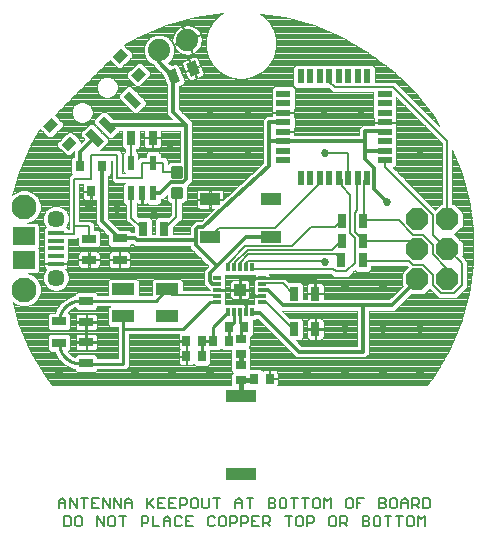
<source format=gtl>
G75*
%MOIN*%
%OFA0B0*%
%FSLAX25Y25*%
%IPPOS*%
%LPD*%
%AMOC8*
5,1,8,0,0,1.08239X$1,22.5*
%
%ADD10C,0.00600*%
%ADD11R,0.05000X0.02200*%
%ADD12R,0.02200X0.05000*%
%ADD13R,0.03150X0.03543*%
%ADD14R,0.06500X0.03937*%
%ADD15R,0.03150X0.04724*%
%ADD16R,0.04724X0.03150*%
%ADD17C,0.07400*%
%ADD18R,0.02165X0.04724*%
%ADD19C,0.05709*%
%ADD20R,0.05315X0.01575*%
%ADD21R,0.07480X0.05906*%
%ADD22C,0.08268*%
%ADD23R,0.10000X0.04000*%
%ADD24R,0.03937X0.03937*%
%ADD25R,0.02559X0.01181*%
%ADD26R,0.01181X0.02559*%
%ADD27OC8,0.07400*%
%ADD28R,0.03937X0.03150*%
%ADD29R,0.02756X0.05906*%
%ADD30R,0.07480X0.04331*%
%ADD31C,0.01181*%
%ADD32R,0.02756X0.03543*%
%ADD33R,0.03543X0.02756*%
%ADD34C,0.00394*%
%ADD35C,0.01000*%
%ADD36C,0.02700*%
%ADD37C,0.01200*%
%ADD38C,0.01600*%
D10*
X0024132Y0008633D02*
X0024132Y0010902D01*
X0025266Y0012036D01*
X0026401Y0010902D01*
X0026401Y0008633D01*
X0027815Y0008633D02*
X0027815Y0012036D01*
X0030084Y0008633D01*
X0030084Y0012036D01*
X0031498Y0012036D02*
X0033767Y0012036D01*
X0032633Y0012036D02*
X0032633Y0008633D01*
X0035182Y0008633D02*
X0037450Y0008633D01*
X0038865Y0008633D02*
X0038865Y0012036D01*
X0041133Y0008633D01*
X0041133Y0012036D01*
X0042548Y0012036D02*
X0044816Y0008633D01*
X0044816Y0012036D01*
X0046231Y0010902D02*
X0047365Y0012036D01*
X0048500Y0010902D01*
X0048500Y0008633D01*
X0048500Y0010335D02*
X0046231Y0010335D01*
X0046231Y0010902D02*
X0046231Y0008633D01*
X0046658Y0006036D02*
X0044389Y0006036D01*
X0045524Y0006036D02*
X0045524Y0002633D01*
X0042975Y0003200D02*
X0042975Y0005469D01*
X0042408Y0006036D01*
X0041273Y0006036D01*
X0040706Y0005469D01*
X0040706Y0003200D01*
X0041273Y0002633D01*
X0042408Y0002633D01*
X0042975Y0003200D01*
X0039292Y0002633D02*
X0039292Y0006036D01*
X0037023Y0006036D02*
X0037023Y0002633D01*
X0039292Y0002633D02*
X0037023Y0006036D01*
X0035182Y0008633D02*
X0035182Y0012036D01*
X0037450Y0012036D01*
X0036316Y0010335D02*
X0035182Y0010335D01*
X0031358Y0006036D02*
X0031925Y0005469D01*
X0031925Y0003200D01*
X0031358Y0002633D01*
X0030224Y0002633D01*
X0029657Y0003200D01*
X0029657Y0005469D01*
X0030224Y0006036D01*
X0031358Y0006036D01*
X0028242Y0005469D02*
X0028242Y0003200D01*
X0027675Y0002633D01*
X0025974Y0002633D01*
X0025974Y0006036D01*
X0027675Y0006036D01*
X0028242Y0005469D01*
X0026401Y0010335D02*
X0024132Y0010335D01*
X0042548Y0008633D02*
X0042548Y0012036D01*
X0051756Y0006036D02*
X0051756Y0002633D01*
X0051756Y0003768D02*
X0053457Y0003768D01*
X0054024Y0004335D01*
X0054024Y0005469D01*
X0053457Y0006036D01*
X0051756Y0006036D01*
X0053597Y0008633D02*
X0053597Y0012036D01*
X0054164Y0010335D02*
X0055866Y0008633D01*
X0057280Y0008633D02*
X0059549Y0008633D01*
X0060964Y0008633D02*
X0063232Y0008633D01*
X0064647Y0008633D02*
X0064647Y0012036D01*
X0066348Y0012036D01*
X0066915Y0011469D01*
X0066915Y0010335D01*
X0066348Y0009768D01*
X0064647Y0009768D01*
X0063232Y0012036D02*
X0060964Y0012036D01*
X0060964Y0008633D01*
X0060964Y0010335D02*
X0062098Y0010335D01*
X0059549Y0012036D02*
X0057280Y0012036D01*
X0057280Y0008633D01*
X0057280Y0010335D02*
X0058415Y0010335D01*
X0055866Y0012036D02*
X0053597Y0009768D01*
X0055439Y0006036D02*
X0055439Y0002633D01*
X0057707Y0002633D01*
X0059122Y0002633D02*
X0059122Y0004902D01*
X0060256Y0006036D01*
X0061391Y0004902D01*
X0061391Y0002633D01*
X0062805Y0003200D02*
X0063372Y0002633D01*
X0064507Y0002633D01*
X0065074Y0003200D01*
X0066488Y0002633D02*
X0068757Y0002633D01*
X0067623Y0004335D02*
X0066488Y0004335D01*
X0066488Y0006036D02*
X0066488Y0002633D01*
X0065074Y0005469D02*
X0064507Y0006036D01*
X0063372Y0006036D01*
X0062805Y0005469D01*
X0062805Y0003200D01*
X0061391Y0004335D02*
X0059122Y0004335D01*
X0066488Y0006036D02*
X0068757Y0006036D01*
X0068897Y0008633D02*
X0070031Y0008633D01*
X0070598Y0009200D01*
X0070598Y0011469D01*
X0070031Y0012036D01*
X0068897Y0012036D01*
X0068330Y0011469D01*
X0068330Y0009200D01*
X0068897Y0008633D01*
X0072013Y0009200D02*
X0072013Y0012036D01*
X0074282Y0012036D02*
X0074282Y0009200D01*
X0073714Y0008633D01*
X0072580Y0008633D01*
X0072013Y0009200D01*
X0074422Y0006036D02*
X0073855Y0005469D01*
X0073855Y0003200D01*
X0074422Y0002633D01*
X0075556Y0002633D01*
X0076123Y0003200D01*
X0077538Y0003200D02*
X0078105Y0002633D01*
X0079239Y0002633D01*
X0079806Y0003200D01*
X0079806Y0005469D01*
X0079239Y0006036D01*
X0078105Y0006036D01*
X0077538Y0005469D01*
X0077538Y0003200D01*
X0076123Y0005469D02*
X0075556Y0006036D01*
X0074422Y0006036D01*
X0076830Y0008633D02*
X0076830Y0012036D01*
X0075696Y0012036D02*
X0077965Y0012036D01*
X0083062Y0010902D02*
X0083062Y0008633D01*
X0083062Y0010335D02*
X0085331Y0010335D01*
X0085331Y0010902D02*
X0084197Y0012036D01*
X0083062Y0010902D01*
X0085331Y0010902D02*
X0085331Y0008633D01*
X0084904Y0006036D02*
X0086605Y0006036D01*
X0087173Y0005469D01*
X0087173Y0004335D01*
X0086605Y0003768D01*
X0084904Y0003768D01*
X0084904Y0002633D02*
X0084904Y0006036D01*
X0083490Y0005469D02*
X0083490Y0004335D01*
X0082922Y0003768D01*
X0081221Y0003768D01*
X0081221Y0002633D02*
X0081221Y0006036D01*
X0082922Y0006036D01*
X0083490Y0005469D01*
X0088587Y0006036D02*
X0088587Y0002633D01*
X0090856Y0002633D01*
X0092270Y0002633D02*
X0092270Y0006036D01*
X0093972Y0006036D01*
X0094539Y0005469D01*
X0094539Y0004335D01*
X0093972Y0003768D01*
X0092270Y0003768D01*
X0093405Y0003768D02*
X0094539Y0002633D01*
X0090856Y0006036D02*
X0088587Y0006036D01*
X0088587Y0004335D02*
X0089721Y0004335D01*
X0087880Y0008633D02*
X0087880Y0012036D01*
X0086746Y0012036D02*
X0089014Y0012036D01*
X0094112Y0012036D02*
X0094112Y0008633D01*
X0095813Y0008633D01*
X0096381Y0009200D01*
X0096381Y0009768D01*
X0095813Y0010335D01*
X0094112Y0010335D01*
X0094112Y0012036D02*
X0095813Y0012036D01*
X0096381Y0011469D01*
X0096381Y0010902D01*
X0095813Y0010335D01*
X0097795Y0011469D02*
X0097795Y0009200D01*
X0098362Y0008633D01*
X0099497Y0008633D01*
X0100064Y0009200D01*
X0100064Y0011469D01*
X0099497Y0012036D01*
X0098362Y0012036D01*
X0097795Y0011469D01*
X0101478Y0012036D02*
X0103747Y0012036D01*
X0102612Y0012036D02*
X0102612Y0008633D01*
X0101905Y0006036D02*
X0099637Y0006036D01*
X0100771Y0006036D02*
X0100771Y0002633D01*
X0103320Y0003200D02*
X0103320Y0005469D01*
X0103887Y0006036D01*
X0105021Y0006036D01*
X0105588Y0005469D01*
X0105588Y0003200D01*
X0105021Y0002633D01*
X0103887Y0002633D01*
X0103320Y0003200D01*
X0107003Y0002633D02*
X0107003Y0006036D01*
X0108704Y0006036D01*
X0109272Y0005469D01*
X0109272Y0004335D01*
X0108704Y0003768D01*
X0107003Y0003768D01*
X0106296Y0008633D02*
X0106296Y0012036D01*
X0107430Y0012036D02*
X0105161Y0012036D01*
X0108844Y0011469D02*
X0108844Y0009200D01*
X0109412Y0008633D01*
X0110546Y0008633D01*
X0111113Y0009200D01*
X0111113Y0011469D01*
X0110546Y0012036D01*
X0109412Y0012036D01*
X0108844Y0011469D01*
X0112528Y0012036D02*
X0112528Y0008633D01*
X0114796Y0008633D02*
X0114796Y0012036D01*
X0113662Y0010902D01*
X0112528Y0012036D01*
X0114936Y0006036D02*
X0114369Y0005469D01*
X0114369Y0003200D01*
X0114936Y0002633D01*
X0116071Y0002633D01*
X0116638Y0003200D01*
X0116638Y0005469D01*
X0116071Y0006036D01*
X0114936Y0006036D01*
X0118052Y0006036D02*
X0119754Y0006036D01*
X0120321Y0005469D01*
X0120321Y0004335D01*
X0119754Y0003768D01*
X0118052Y0003768D01*
X0119187Y0003768D02*
X0120321Y0002633D01*
X0118052Y0002633D02*
X0118052Y0006036D01*
X0120461Y0008633D02*
X0119894Y0009200D01*
X0119894Y0011469D01*
X0120461Y0012036D01*
X0121595Y0012036D01*
X0122163Y0011469D01*
X0122163Y0009200D01*
X0121595Y0008633D01*
X0120461Y0008633D01*
X0123577Y0008633D02*
X0123577Y0012036D01*
X0125846Y0012036D01*
X0124711Y0010335D02*
X0123577Y0010335D01*
X0125419Y0006036D02*
X0127120Y0006036D01*
X0127687Y0005469D01*
X0127687Y0004902D01*
X0127120Y0004335D01*
X0125419Y0004335D01*
X0127120Y0004335D02*
X0127687Y0003768D01*
X0127687Y0003200D01*
X0127120Y0002633D01*
X0125419Y0002633D01*
X0125419Y0006036D01*
X0129102Y0005469D02*
X0129102Y0003200D01*
X0129669Y0002633D01*
X0130803Y0002633D01*
X0131370Y0003200D01*
X0131370Y0005469D01*
X0130803Y0006036D01*
X0129669Y0006036D01*
X0129102Y0005469D01*
X0130943Y0008633D02*
X0132645Y0008633D01*
X0133212Y0009200D01*
X0133212Y0009768D01*
X0132645Y0010335D01*
X0130943Y0010335D01*
X0130943Y0012036D02*
X0130943Y0008633D01*
X0132645Y0010335D02*
X0133212Y0010902D01*
X0133212Y0011469D01*
X0132645Y0012036D01*
X0130943Y0012036D01*
X0134627Y0011469D02*
X0134627Y0009200D01*
X0135194Y0008633D01*
X0136328Y0008633D01*
X0136895Y0009200D01*
X0136895Y0011469D01*
X0136328Y0012036D01*
X0135194Y0012036D01*
X0134627Y0011469D01*
X0138310Y0010902D02*
X0138310Y0008633D01*
X0138310Y0010335D02*
X0140578Y0010335D01*
X0140578Y0010902D02*
X0139444Y0012036D01*
X0138310Y0010902D01*
X0140578Y0010902D02*
X0140578Y0008633D01*
X0141993Y0008633D02*
X0141993Y0012036D01*
X0143694Y0012036D01*
X0144261Y0011469D01*
X0144261Y0010335D01*
X0143694Y0009768D01*
X0141993Y0009768D01*
X0143127Y0009768D02*
X0144261Y0008633D01*
X0145676Y0008633D02*
X0147377Y0008633D01*
X0147945Y0009200D01*
X0147945Y0011469D01*
X0147377Y0012036D01*
X0145676Y0012036D01*
X0145676Y0008633D01*
X0146103Y0006036D02*
X0146103Y0002633D01*
X0143834Y0002633D02*
X0143834Y0006036D01*
X0144969Y0004902D01*
X0146103Y0006036D01*
X0142420Y0005469D02*
X0142420Y0003200D01*
X0141853Y0002633D01*
X0140718Y0002633D01*
X0140151Y0003200D01*
X0140151Y0005469D01*
X0140718Y0006036D01*
X0141853Y0006036D01*
X0142420Y0005469D01*
X0138737Y0006036D02*
X0136468Y0006036D01*
X0137602Y0006036D02*
X0137602Y0002633D01*
X0133919Y0002633D02*
X0133919Y0006036D01*
X0132785Y0006036D02*
X0135054Y0006036D01*
X0102587Y0068357D02*
X0102194Y0068357D01*
X0093335Y0077215D01*
X0092351Y0077215D01*
X0091962Y0077531D01*
X0091962Y0083436D02*
X0092351Y0083613D01*
X0098749Y0083613D01*
X0102194Y0080168D01*
X0102587Y0080168D01*
X0101482Y0091132D02*
X0112786Y0091184D01*
X0112824Y0090798D01*
X0115481Y0088534D02*
X0116465Y0087550D01*
X0119910Y0087550D01*
X0122863Y0090503D01*
X0122863Y0098869D01*
X0121387Y0100345D01*
X0121387Y0113140D01*
X0118434Y0116093D01*
X0118434Y0118062D01*
X0117942Y0118554D01*
X0117480Y0118836D01*
X0120629Y0118836D02*
X0120629Y0126982D01*
X0112824Y0127018D01*
X0111180Y0118836D02*
X0111082Y0118732D01*
X0111082Y0116932D01*
X0096082Y0101932D01*
X0077482Y0101932D01*
X0074782Y0099232D01*
X0074579Y0099035D01*
X0080540Y0090503D02*
X0080782Y0090532D01*
X0086182Y0095932D01*
X0101782Y0095932D01*
X0107482Y0101632D01*
X0107607Y0101822D01*
X0108099Y0102314D01*
X0108099Y0102232D01*
X0116182Y0102232D01*
X0118282Y0104332D01*
X0118407Y0104472D01*
X0122782Y0107032D02*
X0122782Y0100732D01*
X0125482Y0098032D01*
X0125525Y0097867D01*
X0125782Y0097732D01*
X0140782Y0097732D01*
X0143482Y0095032D01*
X0143725Y0094976D01*
X0140782Y0091132D02*
X0142282Y0089632D01*
X0145582Y0089632D01*
X0148882Y0086332D01*
X0148882Y0083032D01*
X0151582Y0080332D01*
X0155782Y0080332D01*
X0158482Y0083032D01*
X0158482Y0090232D01*
X0153982Y0094732D01*
X0153725Y0094976D01*
X0153682Y0095032D01*
X0148882Y0099832D01*
X0148882Y0106432D01*
X0132982Y0122332D01*
X0132982Y0124432D01*
X0132805Y0124713D01*
X0126928Y0118836D02*
X0126682Y0118732D01*
X0125782Y0117832D01*
X0125782Y0104632D01*
X0125494Y0104472D01*
X0126082Y0104632D01*
X0137482Y0104632D01*
X0142282Y0099832D01*
X0145582Y0099832D01*
X0148882Y0096532D01*
X0148882Y0093232D01*
X0153682Y0088432D01*
X0153725Y0084976D01*
X0153682Y0085132D01*
X0153682Y0088432D01*
X0140782Y0091132D02*
X0125482Y0091132D01*
X0125410Y0091268D01*
X0118323Y0091268D02*
X0118282Y0091432D01*
X0116482Y0093232D01*
X0087382Y0093232D01*
X0084682Y0090532D01*
X0084682Y0089032D01*
X0084482Y0088948D01*
X0086450Y0088948D02*
X0086450Y0090409D01*
X0086482Y0090532D01*
X0087082Y0091132D01*
X0101482Y0091132D01*
X0088906Y0088534D02*
X0088419Y0088948D01*
X0088906Y0088534D02*
X0115481Y0088534D01*
X0115282Y0094732D02*
X0118282Y0097732D01*
X0118439Y0097867D01*
X0115282Y0094732D02*
X0087082Y0094732D01*
X0082582Y0090232D01*
X0082582Y0089032D01*
X0082513Y0088948D01*
X0080545Y0088948D02*
X0080540Y0089026D01*
X0080540Y0090503D01*
X0076603Y0079676D02*
X0077002Y0079499D01*
X0076603Y0079676D02*
X0061839Y0079676D01*
X0060363Y0081152D01*
X0060279Y0081624D01*
X0059281Y0101853D02*
X0059482Y0101932D01*
X0063382Y0105832D01*
X0063382Y0113632D01*
X0063477Y0113645D01*
X0063477Y0120550D02*
X0063382Y0120832D01*
X0058887Y0120832D01*
X0058882Y0120832D01*
X0058887Y0120832D02*
X0058887Y0123869D01*
X0055882Y0123869D01*
X0055882Y0123832D01*
X0055616Y0123867D01*
X0055582Y0123832D01*
X0055582Y0123869D01*
X0051800Y0123869D01*
X0051800Y0118751D01*
X0043532Y0118751D01*
X0043532Y0126231D01*
X0034871Y0126231D01*
X0034871Y0118357D01*
X0029359Y0118357D01*
X0029359Y0102609D01*
X0034083Y0102609D01*
X0034083Y0098542D01*
X0034214Y0098542D01*
X0033982Y0098932D01*
X0033982Y0098632D02*
X0034214Y0098542D01*
X0029359Y0100132D02*
X0029359Y0102609D01*
X0029359Y0100132D02*
X0023482Y0100132D01*
X0023194Y0100419D01*
X0048382Y0105532D02*
X0051982Y0101932D01*
X0052194Y0101853D01*
X0048382Y0105532D02*
X0048382Y0113332D01*
X0048136Y0113630D01*
X0048136Y0123867D02*
X0048082Y0124132D01*
X0048082Y0131932D01*
X0048329Y0132188D01*
X0114382Y0150832D02*
X0116182Y0149032D01*
X0135682Y0149032D01*
X0153682Y0131032D01*
X0153682Y0105232D01*
X0153725Y0104976D01*
X0123682Y0107932D02*
X0122782Y0107032D01*
X0123682Y0107932D02*
X0123682Y0118732D01*
X0123779Y0118836D01*
X0114382Y0150832D02*
X0114382Y0152632D01*
X0114330Y0152636D01*
D11*
X0099005Y0146760D03*
X0099005Y0143610D03*
X0099005Y0140461D03*
X0099005Y0137311D03*
X0099005Y0134161D03*
X0099005Y0131012D03*
X0099005Y0127862D03*
X0099005Y0124713D03*
X0132805Y0124713D03*
X0132805Y0127862D03*
X0132805Y0131012D03*
X0132805Y0134161D03*
X0132805Y0137311D03*
X0132805Y0140461D03*
X0132805Y0143610D03*
X0132805Y0146760D03*
D12*
X0126928Y0152636D03*
X0123779Y0152636D03*
X0120629Y0152636D03*
X0117480Y0152636D03*
X0114330Y0152636D03*
X0111180Y0152636D03*
X0108031Y0152636D03*
X0104881Y0152636D03*
X0104881Y0118836D03*
X0108031Y0118836D03*
X0111180Y0118836D03*
X0114330Y0118836D03*
X0117480Y0118836D03*
X0120629Y0118836D03*
X0123779Y0118836D03*
X0126928Y0118836D03*
D13*
X0038652Y0122585D03*
X0031171Y0122585D03*
X0034912Y0114317D03*
D14*
X0074579Y0111633D03*
X0074579Y0099035D03*
X0094870Y0099035D03*
X0094870Y0111633D03*
D15*
X0118407Y0104472D03*
X0118439Y0097867D03*
X0118323Y0091268D03*
X0125410Y0091268D03*
X0125525Y0097867D03*
X0125494Y0104472D03*
X0109674Y0080168D03*
X0102587Y0080168D03*
X0102587Y0068357D03*
X0109674Y0068357D03*
X0059281Y0101853D03*
X0052194Y0101853D03*
X0055416Y0132188D03*
X0048329Y0132188D03*
G36*
X0059947Y0154088D02*
X0062857Y0155293D01*
X0064665Y0150930D01*
X0061755Y0149725D01*
X0059947Y0154088D01*
G37*
G36*
X0066494Y0156800D02*
X0069404Y0158005D01*
X0071212Y0153642D01*
X0068302Y0152437D01*
X0066494Y0156800D01*
G37*
D16*
X0044469Y0098552D03*
X0044469Y0091465D03*
X0034214Y0091456D03*
X0034214Y0098542D03*
X0033296Y0077806D03*
X0033296Y0070719D03*
X0033296Y0064026D03*
X0033296Y0056940D03*
X0024275Y0063801D03*
X0024275Y0070888D03*
D17*
X0057559Y0161306D03*
X0066950Y0164742D03*
D18*
X0055616Y0123867D03*
X0048136Y0123867D03*
X0048136Y0113630D03*
X0051876Y0113630D03*
X0055616Y0113630D03*
D19*
X0023194Y0105144D03*
X0023194Y0085459D03*
D20*
X0023194Y0090183D03*
X0023194Y0092742D03*
X0023194Y0095301D03*
X0023194Y0097860D03*
X0023194Y0100419D03*
D21*
X0012564Y0099238D03*
X0012564Y0091364D03*
D22*
X0012605Y0081524D03*
X0012559Y0109096D03*
D23*
X0084875Y0046193D03*
X0084875Y0020193D03*
D24*
X0084482Y0081468D03*
D25*
X0091962Y0081468D03*
X0091962Y0083436D03*
X0091962Y0085405D03*
X0091962Y0079499D03*
X0091962Y0077531D03*
X0077002Y0077531D03*
X0077002Y0079499D03*
X0077002Y0081468D03*
X0077002Y0083436D03*
X0077002Y0085405D03*
D26*
X0080545Y0088948D03*
X0082513Y0088948D03*
X0084482Y0088948D03*
X0086450Y0088948D03*
X0088419Y0088948D03*
X0088419Y0073988D03*
X0086450Y0073988D03*
X0084482Y0073988D03*
X0082513Y0073988D03*
X0080545Y0073988D03*
D27*
X0143725Y0084976D03*
X0143725Y0094976D03*
X0153725Y0094976D03*
X0153725Y0084976D03*
X0153725Y0104976D03*
X0143725Y0104976D03*
D28*
G36*
X0048226Y0152976D02*
X0051008Y0155758D01*
X0053236Y0153530D01*
X0050454Y0150748D01*
X0048226Y0152976D01*
G37*
G36*
X0042102Y0159100D02*
X0044884Y0161882D01*
X0047112Y0159654D01*
X0044330Y0156872D01*
X0042102Y0159100D01*
G37*
G36*
X0018996Y0135994D02*
X0021778Y0138776D01*
X0024006Y0136548D01*
X0021224Y0133766D01*
X0018996Y0135994D01*
G37*
G36*
X0025120Y0129869D02*
X0027902Y0132651D01*
X0030130Y0130423D01*
X0027348Y0127641D01*
X0025120Y0129869D01*
G37*
D29*
G36*
X0033054Y0133347D02*
X0035003Y0135296D01*
X0039178Y0131121D01*
X0037229Y0129172D01*
X0033054Y0133347D01*
G37*
G36*
X0037230Y0137523D02*
X0039179Y0139472D01*
X0043354Y0135297D01*
X0041405Y0133348D01*
X0037230Y0137523D01*
G37*
G36*
X0045581Y0145875D02*
X0047530Y0147824D01*
X0051705Y0143649D01*
X0049756Y0141700D01*
X0045581Y0145875D01*
G37*
D30*
X0045713Y0081624D03*
X0045713Y0072569D03*
X0060279Y0072569D03*
X0060279Y0081624D03*
D31*
X0062099Y0115023D02*
X0064855Y0115023D01*
X0064855Y0112267D01*
X0062099Y0112267D01*
X0062099Y0115023D01*
X0062099Y0113447D02*
X0064855Y0113447D01*
X0064855Y0114627D02*
X0062099Y0114627D01*
X0062099Y0121928D02*
X0064855Y0121928D01*
X0064855Y0119172D01*
X0062099Y0119172D01*
X0062099Y0121928D01*
X0062099Y0120352D02*
X0064855Y0120352D01*
X0064855Y0121532D02*
X0062099Y0121532D01*
D32*
X0080930Y0068951D03*
X0080737Y0064420D03*
X0075619Y0064420D03*
X0071808Y0064381D03*
X0066690Y0064381D03*
X0066686Y0059259D03*
X0071804Y0059259D03*
X0086048Y0068951D03*
X0089398Y0051822D03*
X0094517Y0051822D03*
D33*
X0084871Y0051231D03*
X0084871Y0056349D03*
X0084871Y0059892D03*
X0084871Y0065010D03*
D34*
X0088039Y0064847D02*
X0097368Y0064847D01*
X0097760Y0064455D02*
X0088039Y0064455D01*
X0088039Y0064063D02*
X0098152Y0064063D01*
X0098544Y0063670D02*
X0088039Y0063670D01*
X0088039Y0063278D02*
X0098937Y0063278D01*
X0099329Y0062886D02*
X0087871Y0062886D01*
X0088039Y0063054D02*
X0088039Y0065818D01*
X0088823Y0066601D01*
X0088823Y0071302D01*
X0088813Y0071311D01*
X0089588Y0071311D01*
X0090050Y0071773D01*
X0090441Y0071773D01*
X0102165Y0060050D01*
X0103335Y0058880D01*
X0126249Y0058880D01*
X0127419Y0060050D01*
X0127419Y0074234D01*
X0135993Y0074234D01*
X0141639Y0079879D01*
X0145837Y0079879D01*
X0147736Y0081778D01*
X0149885Y0079629D01*
X0150879Y0078635D01*
X0156485Y0078635D01*
X0159185Y0081335D01*
X0160179Y0082329D01*
X0160179Y0090935D01*
X0158535Y0092578D01*
X0158822Y0092865D01*
X0158822Y0097087D01*
X0155933Y0099976D01*
X0158822Y0102865D01*
X0158822Y0107087D01*
X0155837Y0110073D01*
X0155379Y0110073D01*
X0155379Y0128000D01*
X0158321Y0121025D01*
X0161011Y0111161D01*
X0162367Y0101028D01*
X0162367Y0090804D01*
X0161011Y0080671D01*
X0158321Y0070807D01*
X0154347Y0061387D01*
X0149158Y0052578D01*
X0146957Y0049774D01*
X0097054Y0049752D01*
X0097091Y0049892D01*
X0097091Y0051625D01*
X0094713Y0051625D01*
X0094713Y0052018D01*
X0094320Y0052018D01*
X0094320Y0054790D01*
X0092981Y0054790D01*
X0092677Y0054708D01*
X0092404Y0054551D01*
X0092181Y0054328D01*
X0092121Y0054224D01*
X0091355Y0054990D01*
X0088039Y0054990D01*
X0088039Y0061849D01*
X0087437Y0062451D01*
X0088039Y0063054D01*
X0087479Y0062494D02*
X0099721Y0062494D01*
X0100113Y0062102D02*
X0087787Y0062102D01*
X0088039Y0061709D02*
X0100505Y0061709D01*
X0100898Y0061317D02*
X0088039Y0061317D01*
X0088039Y0060925D02*
X0101290Y0060925D01*
X0101682Y0060533D02*
X0088039Y0060533D01*
X0088039Y0060141D02*
X0102074Y0060141D01*
X0102467Y0059748D02*
X0088039Y0059748D01*
X0088039Y0059356D02*
X0102859Y0059356D01*
X0103251Y0058964D02*
X0088039Y0058964D01*
X0088039Y0058572D02*
X0152689Y0058572D01*
X0152920Y0058964D02*
X0126333Y0058964D01*
X0126725Y0059356D02*
X0153151Y0059356D01*
X0153382Y0059748D02*
X0127118Y0059748D01*
X0127419Y0060141D02*
X0153613Y0060141D01*
X0153844Y0060533D02*
X0127419Y0060533D01*
X0127419Y0060925D02*
X0154075Y0060925D01*
X0154306Y0061317D02*
X0127419Y0061317D01*
X0127419Y0061709D02*
X0154483Y0061709D01*
X0154649Y0062102D02*
X0127419Y0062102D01*
X0127419Y0062494D02*
X0154814Y0062494D01*
X0154980Y0062886D02*
X0127419Y0062886D01*
X0127419Y0063278D02*
X0155145Y0063278D01*
X0155311Y0063670D02*
X0127419Y0063670D01*
X0127419Y0064063D02*
X0155476Y0064063D01*
X0155642Y0064455D02*
X0127419Y0064455D01*
X0127419Y0064847D02*
X0155807Y0064847D01*
X0155972Y0065239D02*
X0127419Y0065239D01*
X0127419Y0065632D02*
X0156138Y0065632D01*
X0156303Y0066024D02*
X0127419Y0066024D01*
X0127419Y0066416D02*
X0156469Y0066416D01*
X0156634Y0066808D02*
X0127419Y0066808D01*
X0127419Y0067200D02*
X0156800Y0067200D01*
X0156965Y0067593D02*
X0127419Y0067593D01*
X0127419Y0067985D02*
X0157131Y0067985D01*
X0157296Y0068377D02*
X0127419Y0068377D01*
X0127419Y0068769D02*
X0157462Y0068769D01*
X0157627Y0069161D02*
X0127419Y0069161D01*
X0127419Y0069554D02*
X0157793Y0069554D01*
X0157958Y0069946D02*
X0127419Y0069946D01*
X0127419Y0070338D02*
X0158124Y0070338D01*
X0158289Y0070730D02*
X0127419Y0070730D01*
X0127419Y0071122D02*
X0158408Y0071122D01*
X0158514Y0071515D02*
X0127419Y0071515D01*
X0127419Y0071907D02*
X0158621Y0071907D01*
X0158728Y0072299D02*
X0127419Y0072299D01*
X0127419Y0072691D02*
X0158835Y0072691D01*
X0158942Y0073084D02*
X0127419Y0073084D01*
X0127419Y0073476D02*
X0159049Y0073476D01*
X0159156Y0073868D02*
X0127419Y0073868D01*
X0123425Y0073868D02*
X0099082Y0073868D01*
X0098827Y0074234D02*
X0098716Y0074234D01*
X0100834Y0072116D01*
X0104741Y0072116D01*
X0105559Y0071298D01*
X0105559Y0065416D01*
X0104741Y0064598D01*
X0103265Y0064598D01*
X0104989Y0062873D01*
X0123425Y0062873D01*
X0123425Y0074234D01*
X0099651Y0074234D01*
X0099634Y0074218D01*
X0098827Y0074234D01*
X0099475Y0073476D02*
X0123425Y0073476D01*
X0123425Y0073084D02*
X0099867Y0073084D01*
X0100259Y0072691D02*
X0123425Y0072691D01*
X0123425Y0072299D02*
X0100651Y0072299D01*
X0104950Y0071907D02*
X0107908Y0071907D01*
X0107942Y0071916D02*
X0107637Y0071834D01*
X0107364Y0071677D01*
X0107141Y0071454D01*
X0106984Y0071181D01*
X0106902Y0070877D01*
X0106902Y0068554D01*
X0109477Y0068554D01*
X0109477Y0071916D01*
X0107942Y0071916D01*
X0107202Y0071515D02*
X0105342Y0071515D01*
X0105559Y0071122D02*
X0106968Y0071122D01*
X0106902Y0070730D02*
X0105559Y0070730D01*
X0105559Y0070338D02*
X0106902Y0070338D01*
X0106902Y0069946D02*
X0105559Y0069946D01*
X0105559Y0069554D02*
X0106902Y0069554D01*
X0106902Y0069161D02*
X0105559Y0069161D01*
X0105559Y0068769D02*
X0106902Y0068769D01*
X0106902Y0068160D02*
X0106902Y0065837D01*
X0106984Y0065533D01*
X0107141Y0065260D01*
X0107364Y0065037D01*
X0107637Y0064879D01*
X0107942Y0064798D01*
X0109477Y0064798D01*
X0109477Y0068160D01*
X0106902Y0068160D01*
X0106902Y0067985D02*
X0105559Y0067985D01*
X0105559Y0068377D02*
X0109477Y0068377D01*
X0109477Y0068554D02*
X0109477Y0068160D01*
X0109871Y0068160D01*
X0109871Y0068554D01*
X0109477Y0068554D01*
X0109477Y0068769D02*
X0109871Y0068769D01*
X0109871Y0068554D02*
X0109871Y0071916D01*
X0111406Y0071916D01*
X0111711Y0071834D01*
X0111984Y0071677D01*
X0112207Y0071454D01*
X0112364Y0071181D01*
X0112446Y0070877D01*
X0112446Y0068554D01*
X0109871Y0068554D01*
X0109871Y0068377D02*
X0123425Y0068377D01*
X0123425Y0068769D02*
X0112446Y0068769D01*
X0112446Y0069161D02*
X0123425Y0069161D01*
X0123425Y0069554D02*
X0112446Y0069554D01*
X0112446Y0069946D02*
X0123425Y0069946D01*
X0123425Y0070338D02*
X0112446Y0070338D01*
X0112446Y0070730D02*
X0123425Y0070730D01*
X0123425Y0071122D02*
X0112380Y0071122D01*
X0112146Y0071515D02*
X0123425Y0071515D01*
X0123425Y0071907D02*
X0111440Y0071907D01*
X0109871Y0071907D02*
X0109477Y0071907D01*
X0109477Y0071515D02*
X0109871Y0071515D01*
X0109871Y0071122D02*
X0109477Y0071122D01*
X0109477Y0070730D02*
X0109871Y0070730D01*
X0109871Y0070338D02*
X0109477Y0070338D01*
X0109477Y0069946D02*
X0109871Y0069946D01*
X0109871Y0069554D02*
X0109477Y0069554D01*
X0109477Y0069161D02*
X0109871Y0069161D01*
X0109871Y0068160D02*
X0112446Y0068160D01*
X0112446Y0065837D01*
X0112364Y0065533D01*
X0112207Y0065260D01*
X0111984Y0065037D01*
X0111711Y0064879D01*
X0111406Y0064798D01*
X0109871Y0064798D01*
X0109871Y0068160D01*
X0109871Y0067985D02*
X0109477Y0067985D01*
X0109477Y0067593D02*
X0109871Y0067593D01*
X0109871Y0067200D02*
X0109477Y0067200D01*
X0109477Y0066808D02*
X0109871Y0066808D01*
X0109871Y0066416D02*
X0109477Y0066416D01*
X0109477Y0066024D02*
X0109871Y0066024D01*
X0109871Y0065632D02*
X0109477Y0065632D01*
X0109477Y0065239D02*
X0109871Y0065239D01*
X0109871Y0064847D02*
X0109477Y0064847D01*
X0107758Y0064847D02*
X0104990Y0064847D01*
X0105382Y0065239D02*
X0107162Y0065239D01*
X0106957Y0065632D02*
X0105559Y0065632D01*
X0105559Y0066024D02*
X0106902Y0066024D01*
X0106902Y0066416D02*
X0105559Y0066416D01*
X0105559Y0066808D02*
X0106902Y0066808D01*
X0106902Y0067200D02*
X0105559Y0067200D01*
X0105559Y0067593D02*
X0106902Y0067593D01*
X0103408Y0064455D02*
X0123425Y0064455D01*
X0123425Y0064847D02*
X0111590Y0064847D01*
X0112186Y0065239D02*
X0123425Y0065239D01*
X0123425Y0065632D02*
X0112391Y0065632D01*
X0112446Y0066024D02*
X0123425Y0066024D01*
X0123425Y0066416D02*
X0112446Y0066416D01*
X0112446Y0066808D02*
X0123425Y0066808D01*
X0123425Y0067200D02*
X0112446Y0067200D01*
X0112446Y0067593D02*
X0123425Y0067593D01*
X0123425Y0067985D02*
X0112446Y0067985D01*
X0104977Y0062886D02*
X0123425Y0062886D01*
X0123425Y0063278D02*
X0104585Y0063278D01*
X0104192Y0063670D02*
X0123425Y0063670D01*
X0123425Y0064063D02*
X0103800Y0064063D01*
X0096976Y0065239D02*
X0088039Y0065239D01*
X0088039Y0065632D02*
X0096583Y0065632D01*
X0096191Y0066024D02*
X0088245Y0066024D01*
X0088637Y0066416D02*
X0095799Y0066416D01*
X0095407Y0066808D02*
X0088823Y0066808D01*
X0088823Y0067200D02*
X0095015Y0067200D01*
X0094622Y0067593D02*
X0088823Y0067593D01*
X0088823Y0067985D02*
X0094230Y0067985D01*
X0093838Y0068377D02*
X0088823Y0068377D01*
X0088823Y0068769D02*
X0093446Y0068769D01*
X0093053Y0069161D02*
X0088823Y0069161D01*
X0088823Y0069554D02*
X0092661Y0069554D01*
X0092269Y0069946D02*
X0088823Y0069946D01*
X0088823Y0070338D02*
X0091877Y0070338D01*
X0091485Y0070730D02*
X0088823Y0070730D01*
X0088823Y0071122D02*
X0091092Y0071122D01*
X0090700Y0071515D02*
X0089792Y0071515D01*
X0089286Y0076664D02*
X0087250Y0076664D01*
X0087050Y0076464D01*
X0086549Y0076464D01*
X0086549Y0075963D01*
X0086450Y0075865D01*
X0086352Y0075963D01*
X0086352Y0076464D01*
X0085851Y0076464D01*
X0085651Y0076664D01*
X0079678Y0076664D01*
X0079678Y0080668D01*
X0079478Y0080868D01*
X0079478Y0081369D01*
X0078977Y0081369D01*
X0078879Y0081468D01*
X0078977Y0081566D01*
X0079478Y0081566D01*
X0079478Y0082067D01*
X0079678Y0082267D01*
X0079678Y0086272D01*
X0089518Y0086272D01*
X0089486Y0086153D01*
X0089486Y0085503D01*
X0091864Y0085503D01*
X0091864Y0085424D01*
X0090104Y0085424D01*
X0089987Y0085306D01*
X0089486Y0085306D01*
X0089486Y0084805D01*
X0089286Y0084605D01*
X0089286Y0080299D01*
X0089486Y0080099D01*
X0089486Y0079598D01*
X0089987Y0079598D01*
X0090085Y0079499D01*
X0089987Y0079401D01*
X0089486Y0079401D01*
X0089486Y0078900D01*
X0089286Y0078700D01*
X0089286Y0076664D01*
X0089286Y0077006D02*
X0079678Y0077006D01*
X0079678Y0077398D02*
X0089286Y0077398D01*
X0089286Y0077790D02*
X0079678Y0077790D01*
X0079678Y0078182D02*
X0089286Y0078182D01*
X0089286Y0078575D02*
X0087218Y0078575D01*
X0087185Y0078542D02*
X0087408Y0078764D01*
X0087566Y0079037D01*
X0087647Y0079342D01*
X0087647Y0081271D01*
X0084679Y0081271D01*
X0084679Y0081665D01*
X0084285Y0081665D01*
X0084285Y0084633D01*
X0082356Y0084633D01*
X0082051Y0084552D01*
X0081778Y0084394D01*
X0081556Y0084171D01*
X0081398Y0083898D01*
X0081317Y0083594D01*
X0081317Y0081665D01*
X0084285Y0081665D01*
X0084285Y0081271D01*
X0081317Y0081271D01*
X0081317Y0079342D01*
X0081398Y0079037D01*
X0081556Y0078764D01*
X0081778Y0078542D01*
X0082051Y0078384D01*
X0082356Y0078302D01*
X0084285Y0078302D01*
X0084285Y0081271D01*
X0084679Y0081271D01*
X0084679Y0078302D01*
X0086608Y0078302D01*
X0086912Y0078384D01*
X0087185Y0078542D01*
X0087525Y0078967D02*
X0089486Y0078967D01*
X0089486Y0079359D02*
X0087647Y0079359D01*
X0087647Y0079751D02*
X0089486Y0079751D01*
X0089441Y0080143D02*
X0087647Y0080143D01*
X0087647Y0080536D02*
X0089286Y0080536D01*
X0089286Y0080928D02*
X0087647Y0080928D01*
X0087647Y0081665D02*
X0087647Y0083594D01*
X0087566Y0083898D01*
X0087408Y0084171D01*
X0087185Y0084394D01*
X0086912Y0084552D01*
X0086608Y0084633D01*
X0084679Y0084633D01*
X0084679Y0081665D01*
X0087647Y0081665D01*
X0087647Y0081712D02*
X0089286Y0081712D01*
X0089286Y0081320D02*
X0084679Y0081320D01*
X0084679Y0081712D02*
X0084285Y0081712D01*
X0084285Y0081320D02*
X0079478Y0081320D01*
X0079478Y0081712D02*
X0081317Y0081712D01*
X0081317Y0082104D02*
X0079515Y0082104D01*
X0079678Y0082497D02*
X0081317Y0082497D01*
X0081317Y0082889D02*
X0079678Y0082889D01*
X0079678Y0083281D02*
X0081317Y0083281D01*
X0081338Y0083673D02*
X0079678Y0083673D01*
X0079678Y0084065D02*
X0081495Y0084065D01*
X0081889Y0084458D02*
X0079678Y0084458D01*
X0079678Y0084850D02*
X0089486Y0084850D01*
X0089486Y0085242D02*
X0079678Y0085242D01*
X0079678Y0085634D02*
X0089486Y0085634D01*
X0089486Y0086027D02*
X0079678Y0086027D01*
X0084285Y0084458D02*
X0084679Y0084458D01*
X0084679Y0084065D02*
X0084285Y0084065D01*
X0084285Y0083673D02*
X0084679Y0083673D01*
X0084679Y0083281D02*
X0084285Y0083281D01*
X0084285Y0082889D02*
X0084679Y0082889D01*
X0084679Y0082497D02*
X0084285Y0082497D01*
X0084285Y0082104D02*
X0084679Y0082104D01*
X0084679Y0080928D02*
X0084285Y0080928D01*
X0084285Y0080536D02*
X0084679Y0080536D01*
X0084679Y0080143D02*
X0084285Y0080143D01*
X0084285Y0079751D02*
X0084679Y0079751D01*
X0084679Y0079359D02*
X0084285Y0079359D01*
X0084285Y0078967D02*
X0084679Y0078967D01*
X0084679Y0078575D02*
X0084285Y0078575D01*
X0085701Y0076613D02*
X0087199Y0076613D01*
X0086549Y0076221D02*
X0086352Y0076221D01*
X0081746Y0078575D02*
X0079678Y0078575D01*
X0079678Y0078967D02*
X0081439Y0078967D01*
X0081317Y0079359D02*
X0079678Y0079359D01*
X0079678Y0079751D02*
X0081317Y0079751D01*
X0081317Y0080143D02*
X0079678Y0080143D01*
X0079678Y0080536D02*
X0081317Y0080536D01*
X0081317Y0080928D02*
X0079478Y0080928D01*
X0074517Y0081373D02*
X0065416Y0081373D01*
X0065416Y0084368D01*
X0064598Y0085187D01*
X0055961Y0085187D01*
X0055142Y0084368D01*
X0055142Y0079703D01*
X0050850Y0079703D01*
X0050850Y0084368D01*
X0050031Y0085187D01*
X0041394Y0085187D01*
X0040576Y0084368D01*
X0040576Y0079703D01*
X0037055Y0079703D01*
X0037055Y0079959D01*
X0036237Y0080777D01*
X0030355Y0080777D01*
X0029537Y0079959D01*
X0029537Y0079618D01*
X0027142Y0078840D01*
X0024883Y0077198D01*
X0023241Y0074940D01*
X0023241Y0074940D01*
X0022890Y0073859D01*
X0021334Y0073859D01*
X0020516Y0073041D01*
X0020516Y0068734D01*
X0021334Y0067916D01*
X0027216Y0067916D01*
X0028034Y0068734D01*
X0028034Y0073041D01*
X0027220Y0073856D01*
X0027643Y0074438D01*
X0028914Y0075362D01*
X0029604Y0075586D01*
X0030355Y0074834D01*
X0036237Y0074834D01*
X0037055Y0075652D01*
X0037055Y0075909D01*
X0041171Y0075909D01*
X0040576Y0075313D01*
X0040576Y0069825D01*
X0041394Y0069007D01*
X0043816Y0069007D01*
X0043816Y0067723D01*
X0043823Y0067716D01*
X0043823Y0058686D01*
X0037055Y0058686D01*
X0037055Y0059093D01*
X0036237Y0059911D01*
X0030355Y0059911D01*
X0029608Y0059164D01*
X0028379Y0059673D01*
X0027219Y0060833D01*
X0028034Y0061648D01*
X0028034Y0065955D01*
X0027216Y0066773D01*
X0021334Y0066773D01*
X0020516Y0065955D01*
X0020516Y0061648D01*
X0021334Y0060830D01*
X0022888Y0060830D01*
X0023712Y0058840D01*
X0026176Y0056376D01*
X0029395Y0055043D01*
X0029537Y0055043D01*
X0029537Y0054786D01*
X0030355Y0053968D01*
X0036237Y0053968D01*
X0037055Y0054786D01*
X0037055Y0054892D01*
X0046506Y0054892D01*
X0047617Y0056003D01*
X0047617Y0066612D01*
X0064196Y0066612D01*
X0064115Y0066310D01*
X0064115Y0064578D01*
X0066493Y0064578D01*
X0066493Y0064184D01*
X0064115Y0064184D01*
X0064115Y0062452D01*
X0064197Y0062147D01*
X0064354Y0061874D01*
X0064407Y0061822D01*
X0064350Y0061765D01*
X0064193Y0061492D01*
X0064111Y0061188D01*
X0064111Y0059455D01*
X0066489Y0059455D01*
X0066489Y0059062D01*
X0064111Y0059062D01*
X0064111Y0057329D01*
X0064193Y0057025D01*
X0064350Y0056752D01*
X0064573Y0056529D01*
X0064846Y0056372D01*
X0065150Y0056290D01*
X0066489Y0056290D01*
X0066489Y0059062D01*
X0066883Y0059062D01*
X0066883Y0056290D01*
X0068221Y0056290D01*
X0068526Y0056372D01*
X0068799Y0056529D01*
X0069021Y0056752D01*
X0069081Y0056856D01*
X0069847Y0056090D01*
X0073760Y0056090D01*
X0074579Y0056908D01*
X0074579Y0061251D01*
X0077575Y0061251D01*
X0078178Y0061854D01*
X0078780Y0061251D01*
X0081702Y0061251D01*
X0081702Y0054393D01*
X0082305Y0053790D01*
X0081702Y0053188D01*
X0081702Y0049745D01*
X0021939Y0049720D01*
X0019837Y0052386D01*
X0014658Y0061146D01*
X0010695Y0070519D01*
X0008785Y0077523D01*
X0009472Y0076836D01*
X0011505Y0075994D01*
X0013705Y0075994D01*
X0015738Y0076836D01*
X0017294Y0078391D01*
X0018136Y0080424D01*
X0018136Y0082624D01*
X0017294Y0084657D01*
X0015738Y0086213D01*
X0013803Y0087014D01*
X0016883Y0087014D01*
X0017701Y0087833D01*
X0017701Y0094895D01*
X0017296Y0095301D01*
X0017701Y0095707D01*
X0017701Y0102769D01*
X0016883Y0103588D01*
X0013715Y0103588D01*
X0015692Y0104407D01*
X0017248Y0105963D01*
X0018090Y0107995D01*
X0018090Y0110196D01*
X0017248Y0112228D01*
X0015692Y0113784D01*
X0013659Y0114626D01*
X0011459Y0114626D01*
X0009426Y0113784D01*
X0008718Y0113076D01*
X0010763Y0120496D01*
X0014752Y0129858D01*
X0017106Y0134135D01*
X0017992Y0135020D01*
X0020644Y0132369D01*
X0021801Y0132369D01*
X0025403Y0135971D01*
X0025403Y0137128D01*
X0022751Y0139780D01*
X0041098Y0158127D01*
X0043750Y0155475D01*
X0044907Y0155475D01*
X0048509Y0159077D01*
X0048509Y0160234D01*
X0045857Y0162886D01*
X0046261Y0163290D01*
X0050489Y0165639D01*
X0059746Y0169616D01*
X0069455Y0172309D01*
X0078843Y0173587D01*
X0077702Y0172927D01*
X0075524Y0170750D01*
X0073984Y0168082D01*
X0073187Y0165108D01*
X0073187Y0162028D01*
X0073984Y0159053D01*
X0075524Y0156386D01*
X0077702Y0154208D01*
X0080369Y0152668D01*
X0083344Y0151871D01*
X0086424Y0151871D01*
X0089398Y0152668D01*
X0092066Y0154208D01*
X0094243Y0156386D01*
X0095783Y0159053D01*
X0096580Y0162028D01*
X0096580Y0165108D01*
X0095783Y0168082D01*
X0094243Y0170750D01*
X0092066Y0172927D01*
X0091174Y0173442D01*
X0099499Y0172309D01*
X0109208Y0169616D01*
X0118466Y0165639D01*
X0122242Y0163540D01*
X0122243Y0163538D01*
X0122900Y0163173D01*
X0123544Y0162786D01*
X0123547Y0162787D01*
X0127318Y0160530D01*
X0135523Y0154431D01*
X0142846Y0147297D01*
X0149158Y0139254D01*
X0151020Y0136093D01*
X0136385Y0150729D01*
X0129425Y0150729D01*
X0129425Y0155715D01*
X0128607Y0156533D01*
X0103202Y0156533D01*
X0102384Y0155715D01*
X0102384Y0149558D01*
X0103202Y0148739D01*
X0114075Y0148739D01*
X0114485Y0148329D01*
X0115479Y0147335D01*
X0128908Y0147335D01*
X0128908Y0138782D01*
X0129111Y0138579D01*
X0129108Y0138569D01*
X0129108Y0137508D01*
X0132608Y0137508D01*
X0132608Y0137114D01*
X0129108Y0137114D01*
X0129108Y0136329D01*
X0126296Y0136329D01*
X0125482Y0136329D01*
X0125481Y0136329D01*
X0124896Y0135744D01*
X0124311Y0135160D01*
X0124311Y0135159D01*
X0124311Y0134320D01*
X0124310Y0132952D01*
X0102702Y0132952D01*
X0102702Y0133965D01*
X0099202Y0133965D01*
X0099202Y0134358D01*
X0102702Y0134358D01*
X0102702Y0135419D01*
X0102699Y0135430D01*
X0102902Y0135632D01*
X0102902Y0138990D01*
X0102699Y0139192D01*
X0102702Y0139203D01*
X0102702Y0140264D01*
X0099202Y0140264D01*
X0099202Y0140657D01*
X0102702Y0140657D01*
X0102702Y0141718D01*
X0102699Y0141729D01*
X0102902Y0141932D01*
X0102902Y0148438D01*
X0102083Y0149257D01*
X0095926Y0149257D01*
X0095108Y0148438D01*
X0095108Y0141932D01*
X0095311Y0141729D01*
X0095308Y0141718D01*
X0095308Y0140657D01*
X0098808Y0140657D01*
X0098808Y0140264D01*
X0095308Y0140264D01*
X0095308Y0139251D01*
X0093411Y0139251D01*
X0092241Y0138082D01*
X0092241Y0130993D01*
X0092240Y0130992D01*
X0092241Y0130160D01*
X0092241Y0129340D01*
X0092241Y0129339D01*
X0092245Y0123572D01*
X0078852Y0111437D01*
X0074775Y0111437D01*
X0074775Y0111436D02*
X0074775Y0108468D01*
X0075794Y0108468D01*
X0071555Y0104229D01*
X0069755Y0104229D01*
X0069155Y0103629D01*
X0069155Y0103629D01*
X0067985Y0102459D01*
X0067985Y0100029D01*
X0062252Y0100029D01*
X0062252Y0102302D01*
X0065079Y0105129D01*
X0065079Y0110280D01*
X0065679Y0110280D01*
X0066843Y0111444D01*
X0066843Y0115769D01*
X0067509Y0116435D01*
X0068679Y0117605D01*
X0068679Y0137259D01*
X0064303Y0141635D01*
X0064303Y0149268D01*
X0065734Y0149861D01*
X0066177Y0150930D01*
X0063926Y0156364D01*
X0062857Y0156806D01*
X0061426Y0156214D01*
X0060550Y0157089D01*
X0061880Y0158419D01*
X0062656Y0160292D01*
X0062656Y0162320D01*
X0062513Y0162663D01*
X0062761Y0162176D01*
X0063215Y0161552D01*
X0063760Y0161007D01*
X0064383Y0160554D01*
X0065070Y0160204D01*
X0065803Y0159966D01*
X0066564Y0159845D01*
X0067335Y0159845D01*
X0068096Y0159966D01*
X0068446Y0160080D01*
X0066832Y0164490D01*
X0062425Y0162877D01*
X0061880Y0164193D01*
X0060446Y0165627D01*
X0058573Y0166403D01*
X0056545Y0166403D01*
X0054672Y0165627D01*
X0053238Y0164193D01*
X0052462Y0162320D01*
X0052462Y0160292D01*
X0053238Y0158419D01*
X0054672Y0156985D01*
X0055562Y0156616D01*
X0055562Y0156430D01*
X0056732Y0155260D01*
X0058812Y0153180D01*
X0060309Y0149565D01*
X0060309Y0139981D01*
X0061479Y0138811D01*
X0061861Y0138429D01*
X0042198Y0138429D01*
X0039757Y0140869D01*
X0038600Y0140869D01*
X0035833Y0138102D01*
X0035833Y0136945D01*
X0040827Y0131951D01*
X0041984Y0131951D01*
X0044468Y0134435D01*
X0045357Y0134435D01*
X0045357Y0129247D01*
X0046176Y0128429D01*
X0046385Y0128429D01*
X0046385Y0127537D01*
X0045656Y0126808D01*
X0045656Y0120926D01*
X0046135Y0120447D01*
X0045229Y0120447D01*
X0045229Y0126934D01*
X0044235Y0127928D01*
X0037961Y0127928D01*
X0040575Y0130542D01*
X0040575Y0131699D01*
X0035581Y0136693D01*
X0034424Y0136693D01*
X0031657Y0133926D01*
X0031657Y0132769D01*
X0032726Y0131700D01*
X0031527Y0130501D01*
X0031527Y0131003D01*
X0028482Y0134049D01*
X0027325Y0134049D01*
X0023723Y0130447D01*
X0023723Y0129289D01*
X0026768Y0126244D01*
X0027925Y0126244D01*
X0029285Y0127604D01*
X0029285Y0125754D01*
X0029018Y0125754D01*
X0028200Y0124935D01*
X0028200Y0120235D01*
X0028518Y0119916D01*
X0027662Y0119060D01*
X0027662Y0101829D01*
X0027205Y0101829D01*
X0026548Y0102486D01*
X0026798Y0102736D01*
X0027445Y0104298D01*
X0027445Y0105989D01*
X0026798Y0107552D01*
X0025602Y0108748D01*
X0024040Y0109395D01*
X0022349Y0109395D01*
X0020786Y0108748D01*
X0019590Y0107552D01*
X0018943Y0105989D01*
X0018943Y0104298D01*
X0019590Y0102736D01*
X0019840Y0102486D01*
X0019140Y0101785D01*
X0019140Y0091376D01*
X0019350Y0091166D01*
X0019340Y0091128D01*
X0019340Y0090380D01*
X0022997Y0090380D01*
X0022997Y0089986D01*
X0019340Y0089986D01*
X0019340Y0089238D01*
X0019421Y0088934D01*
X0019579Y0088661D01*
X0019802Y0088438D01*
X0020030Y0088306D01*
X0019590Y0087867D01*
X0018943Y0086304D01*
X0018943Y0084613D01*
X0019590Y0083050D01*
X0020786Y0081855D01*
X0022349Y0081207D01*
X0024040Y0081207D01*
X0025602Y0081855D01*
X0026798Y0083050D01*
X0027445Y0084613D01*
X0027445Y0086304D01*
X0026798Y0087867D01*
X0026359Y0088306D01*
X0026587Y0088438D01*
X0026809Y0088661D01*
X0026967Y0088934D01*
X0027048Y0089238D01*
X0027048Y0089986D01*
X0023391Y0089986D01*
X0023391Y0090380D01*
X0027048Y0090380D01*
X0027048Y0091128D01*
X0027038Y0091166D01*
X0027248Y0091376D01*
X0027248Y0098435D01*
X0030062Y0098435D01*
X0030455Y0098828D01*
X0030455Y0096389D01*
X0031274Y0095571D01*
X0037155Y0095571D01*
X0037974Y0096389D01*
X0037974Y0100696D01*
X0037155Y0101514D01*
X0035780Y0101514D01*
X0035780Y0103312D01*
X0034786Y0104306D01*
X0031056Y0104306D01*
X0031056Y0116660D01*
X0032284Y0116660D01*
X0032221Y0116551D01*
X0032140Y0116247D01*
X0032140Y0114514D01*
X0034715Y0114514D01*
X0034715Y0114121D01*
X0032140Y0114121D01*
X0032140Y0112388D01*
X0032221Y0112084D01*
X0032379Y0111811D01*
X0032602Y0111588D01*
X0032875Y0111430D01*
X0033179Y0111349D01*
X0034715Y0111349D01*
X0034715Y0114120D01*
X0035108Y0114120D01*
X0035108Y0111349D01*
X0036644Y0111349D01*
X0036713Y0111367D01*
X0036713Y0103455D01*
X0040710Y0099458D01*
X0040710Y0096398D01*
X0041528Y0095580D01*
X0047410Y0095580D01*
X0048228Y0096398D01*
X0048228Y0096635D01*
X0048755Y0096635D01*
X0049355Y0096035D01*
X0067985Y0096035D01*
X0067985Y0095405D01*
X0074058Y0089332D01*
X0072485Y0087759D01*
X0072485Y0083405D01*
X0073655Y0082235D01*
X0074517Y0081373D01*
X0074177Y0081712D02*
X0065416Y0081712D01*
X0065416Y0082104D02*
X0073785Y0082104D01*
X0073393Y0082497D02*
X0065416Y0082497D01*
X0065416Y0082889D02*
X0073001Y0082889D01*
X0072609Y0083281D02*
X0065416Y0083281D01*
X0065416Y0083673D02*
X0072485Y0083673D01*
X0072485Y0084065D02*
X0065416Y0084065D01*
X0065327Y0084458D02*
X0072485Y0084458D01*
X0072485Y0084850D02*
X0064935Y0084850D01*
X0072485Y0085242D02*
X0027445Y0085242D01*
X0027445Y0084850D02*
X0041057Y0084850D01*
X0040665Y0084458D02*
X0027381Y0084458D01*
X0027219Y0084065D02*
X0040576Y0084065D01*
X0040576Y0083673D02*
X0027056Y0083673D01*
X0026894Y0083281D02*
X0040576Y0083281D01*
X0040576Y0082889D02*
X0026637Y0082889D01*
X0026244Y0082497D02*
X0040576Y0082497D01*
X0040576Y0082104D02*
X0025852Y0082104D01*
X0025258Y0081712D02*
X0040576Y0081712D01*
X0040576Y0081320D02*
X0024312Y0081320D01*
X0022077Y0081320D02*
X0018136Y0081320D01*
X0018136Y0081712D02*
X0021130Y0081712D01*
X0020536Y0082104D02*
X0018136Y0082104D01*
X0018136Y0082497D02*
X0020144Y0082497D01*
X0019752Y0082889D02*
X0018026Y0082889D01*
X0017864Y0083281D02*
X0019495Y0083281D01*
X0019332Y0083673D02*
X0017701Y0083673D01*
X0017539Y0084065D02*
X0019170Y0084065D01*
X0019007Y0084458D02*
X0017376Y0084458D01*
X0017101Y0084850D02*
X0018943Y0084850D01*
X0018943Y0085242D02*
X0016709Y0085242D01*
X0016317Y0085634D02*
X0018943Y0085634D01*
X0018943Y0086027D02*
X0015924Y0086027D01*
X0015241Y0086419D02*
X0018990Y0086419D01*
X0019153Y0086811D02*
X0014294Y0086811D01*
X0017072Y0087203D02*
X0019315Y0087203D01*
X0019478Y0087595D02*
X0017464Y0087595D01*
X0017701Y0087988D02*
X0019711Y0087988D01*
X0019902Y0088380D02*
X0017701Y0088380D01*
X0017701Y0088772D02*
X0019515Y0088772D01*
X0019360Y0089164D02*
X0017701Y0089164D01*
X0017701Y0089556D02*
X0019340Y0089556D01*
X0019340Y0089949D02*
X0017701Y0089949D01*
X0017701Y0090341D02*
X0022997Y0090341D01*
X0023391Y0090341D02*
X0030655Y0090341D01*
X0030655Y0090733D02*
X0027048Y0090733D01*
X0027048Y0091125D02*
X0030655Y0091125D01*
X0030655Y0091259D02*
X0030655Y0089723D01*
X0030737Y0089419D01*
X0030895Y0089146D01*
X0031117Y0088923D01*
X0031390Y0088765D01*
X0031695Y0088684D01*
X0034018Y0088684D01*
X0034018Y0091259D01*
X0034411Y0091259D01*
X0034411Y0088684D01*
X0036734Y0088684D01*
X0037039Y0088765D01*
X0037312Y0088923D01*
X0037534Y0089146D01*
X0037692Y0089419D01*
X0037774Y0089723D01*
X0037774Y0091259D01*
X0034411Y0091259D01*
X0034411Y0091652D01*
X0037774Y0091652D01*
X0037774Y0093188D01*
X0037692Y0093492D01*
X0037534Y0093765D01*
X0037312Y0093988D01*
X0037039Y0094146D01*
X0036734Y0094227D01*
X0034411Y0094227D01*
X0034411Y0091652D01*
X0034018Y0091652D01*
X0034018Y0091259D01*
X0030655Y0091259D01*
X0030655Y0091652D02*
X0030655Y0093188D01*
X0030737Y0093492D01*
X0030895Y0093765D01*
X0031117Y0093988D01*
X0031390Y0094146D01*
X0031695Y0094227D01*
X0034018Y0094227D01*
X0034018Y0091652D01*
X0030655Y0091652D01*
X0030655Y0091910D02*
X0027248Y0091910D01*
X0027248Y0092302D02*
X0030655Y0092302D01*
X0030655Y0092694D02*
X0027248Y0092694D01*
X0027248Y0093086D02*
X0030655Y0093086D01*
X0030733Y0093479D02*
X0027248Y0093479D01*
X0027248Y0093871D02*
X0031000Y0093871D01*
X0031012Y0095832D02*
X0027248Y0095832D01*
X0027248Y0096224D02*
X0030620Y0096224D01*
X0030455Y0096616D02*
X0027248Y0096616D01*
X0027248Y0097008D02*
X0030455Y0097008D01*
X0030455Y0097401D02*
X0027248Y0097401D01*
X0027248Y0097793D02*
X0030455Y0097793D01*
X0030455Y0098185D02*
X0027248Y0098185D01*
X0027248Y0095440D02*
X0067985Y0095440D01*
X0067985Y0095832D02*
X0047662Y0095832D01*
X0048054Y0096224D02*
X0049166Y0096224D01*
X0048773Y0096616D02*
X0048228Y0096616D01*
X0047293Y0094155D02*
X0046989Y0094237D01*
X0044666Y0094237D01*
X0044666Y0091662D01*
X0048028Y0091662D01*
X0048028Y0093198D01*
X0047947Y0093502D01*
X0047789Y0093775D01*
X0047566Y0093998D01*
X0047293Y0094155D01*
X0047693Y0093871D02*
X0069519Y0093871D01*
X0069127Y0094263D02*
X0027248Y0094263D01*
X0027248Y0094655D02*
X0068734Y0094655D01*
X0068342Y0095047D02*
X0027248Y0095047D01*
X0027248Y0091518D02*
X0034018Y0091518D01*
X0034018Y0091910D02*
X0034411Y0091910D01*
X0034411Y0092302D02*
X0034018Y0092302D01*
X0034018Y0092694D02*
X0034411Y0092694D01*
X0034411Y0093086D02*
X0034018Y0093086D01*
X0034018Y0093479D02*
X0034411Y0093479D01*
X0034411Y0093871D02*
X0034018Y0093871D01*
X0034411Y0091518D02*
X0044272Y0091518D01*
X0044272Y0091662D02*
X0044272Y0091268D01*
X0044666Y0091268D01*
X0044666Y0088693D01*
X0046989Y0088693D01*
X0047293Y0088775D01*
X0047566Y0088933D01*
X0047789Y0089155D01*
X0047947Y0089428D01*
X0048028Y0089733D01*
X0048028Y0091268D01*
X0044666Y0091268D01*
X0044666Y0091662D01*
X0044272Y0091662D01*
X0040910Y0091662D01*
X0040910Y0093198D01*
X0040992Y0093502D01*
X0041149Y0093775D01*
X0041372Y0093998D01*
X0041645Y0094155D01*
X0041949Y0094237D01*
X0044272Y0094237D01*
X0044272Y0091662D01*
X0044272Y0091910D02*
X0044666Y0091910D01*
X0044666Y0092302D02*
X0044272Y0092302D01*
X0044272Y0092694D02*
X0044666Y0092694D01*
X0044666Y0093086D02*
X0044272Y0093086D01*
X0044272Y0093479D02*
X0044666Y0093479D01*
X0044666Y0093871D02*
X0044272Y0093871D01*
X0044666Y0091518D02*
X0071872Y0091518D01*
X0071480Y0091910D02*
X0048028Y0091910D01*
X0048028Y0092302D02*
X0071088Y0092302D01*
X0070696Y0092694D02*
X0048028Y0092694D01*
X0048028Y0093086D02*
X0070303Y0093086D01*
X0069911Y0093479D02*
X0047953Y0093479D01*
X0048028Y0091125D02*
X0072264Y0091125D01*
X0072657Y0090733D02*
X0048028Y0090733D01*
X0048028Y0090341D02*
X0073049Y0090341D01*
X0073441Y0089949D02*
X0048028Y0089949D01*
X0047981Y0089556D02*
X0073833Y0089556D01*
X0073890Y0089164D02*
X0047794Y0089164D01*
X0047282Y0088772D02*
X0073498Y0088772D01*
X0073106Y0088380D02*
X0026486Y0088380D01*
X0026677Y0087988D02*
X0072714Y0087988D01*
X0072485Y0087595D02*
X0026911Y0087595D01*
X0027073Y0087203D02*
X0072485Y0087203D01*
X0072485Y0086811D02*
X0027235Y0086811D01*
X0027398Y0086419D02*
X0072485Y0086419D01*
X0072485Y0086027D02*
X0027445Y0086027D01*
X0027445Y0085634D02*
X0072485Y0085634D01*
X0067985Y0100146D02*
X0062252Y0100146D01*
X0062252Y0100538D02*
X0067985Y0100538D01*
X0067985Y0100931D02*
X0062252Y0100931D01*
X0062252Y0101323D02*
X0067985Y0101323D01*
X0067985Y0101715D02*
X0062252Y0101715D01*
X0062252Y0102107D02*
X0067985Y0102107D01*
X0068026Y0102499D02*
X0062449Y0102499D01*
X0062841Y0102892D02*
X0068418Y0102892D01*
X0068810Y0103284D02*
X0063234Y0103284D01*
X0063626Y0103676D02*
X0069202Y0103676D01*
X0069594Y0104068D02*
X0064018Y0104068D01*
X0064410Y0104461D02*
X0071787Y0104461D01*
X0072179Y0104853D02*
X0064803Y0104853D01*
X0065079Y0105245D02*
X0072571Y0105245D01*
X0072963Y0105637D02*
X0065079Y0105637D01*
X0065079Y0106029D02*
X0073356Y0106029D01*
X0073748Y0106422D02*
X0065079Y0106422D01*
X0065079Y0106814D02*
X0074140Y0106814D01*
X0074532Y0107206D02*
X0065079Y0107206D01*
X0065079Y0107598D02*
X0074924Y0107598D01*
X0075317Y0107990D02*
X0065079Y0107990D01*
X0065079Y0108383D02*
X0075709Y0108383D01*
X0074775Y0108775D02*
X0074382Y0108775D01*
X0074382Y0108468D02*
X0074382Y0111436D01*
X0074775Y0111436D01*
X0074775Y0111437D02*
X0074775Y0111830D01*
X0074382Y0111830D01*
X0074382Y0111437D01*
X0070132Y0111437D01*
X0070132Y0109507D01*
X0070213Y0109203D01*
X0070371Y0108930D01*
X0070594Y0108707D01*
X0070867Y0108550D01*
X0071171Y0108468D01*
X0074382Y0108468D01*
X0074382Y0109167D02*
X0074775Y0109167D01*
X0074775Y0109559D02*
X0074382Y0109559D01*
X0074382Y0109951D02*
X0074775Y0109951D01*
X0074775Y0110344D02*
X0074382Y0110344D01*
X0074382Y0110736D02*
X0074775Y0110736D01*
X0074775Y0111128D02*
X0074382Y0111128D01*
X0074382Y0111520D02*
X0066843Y0111520D01*
X0066843Y0111913D02*
X0070132Y0111913D01*
X0070132Y0111830D02*
X0074382Y0111830D01*
X0074382Y0114799D01*
X0071171Y0114799D01*
X0070867Y0114717D01*
X0070594Y0114560D01*
X0070371Y0114337D01*
X0070213Y0114064D01*
X0070132Y0113759D01*
X0070132Y0111830D01*
X0070132Y0112305D02*
X0066843Y0112305D01*
X0066843Y0112697D02*
X0070132Y0112697D01*
X0070132Y0113089D02*
X0066843Y0113089D01*
X0066843Y0113481D02*
X0070132Y0113481D01*
X0070162Y0113874D02*
X0066843Y0113874D01*
X0066843Y0114266D02*
X0070330Y0114266D01*
X0070764Y0114658D02*
X0066843Y0114658D01*
X0066843Y0115050D02*
X0082840Y0115050D01*
X0082407Y0114658D02*
X0078393Y0114658D01*
X0078291Y0114717D02*
X0077986Y0114799D01*
X0074775Y0114799D01*
X0074775Y0111830D01*
X0079025Y0111830D01*
X0079025Y0113759D01*
X0078944Y0114064D01*
X0078786Y0114337D01*
X0078563Y0114560D01*
X0078291Y0114717D01*
X0078827Y0114266D02*
X0081974Y0114266D01*
X0081541Y0113874D02*
X0078995Y0113874D01*
X0079025Y0113481D02*
X0081109Y0113481D01*
X0080676Y0113089D02*
X0079025Y0113089D01*
X0079025Y0112697D02*
X0080243Y0112697D01*
X0079810Y0112305D02*
X0079025Y0112305D01*
X0079025Y0111913D02*
X0079377Y0111913D01*
X0078944Y0111520D02*
X0074775Y0111520D01*
X0074775Y0111913D02*
X0074382Y0111913D01*
X0074382Y0112305D02*
X0074775Y0112305D01*
X0074775Y0112697D02*
X0074382Y0112697D01*
X0074382Y0113089D02*
X0074775Y0113089D01*
X0074775Y0113481D02*
X0074382Y0113481D01*
X0074382Y0113874D02*
X0074775Y0113874D01*
X0074775Y0114266D02*
X0074382Y0114266D01*
X0074382Y0114658D02*
X0074775Y0114658D01*
X0070132Y0111128D02*
X0066527Y0111128D01*
X0066135Y0110736D02*
X0070132Y0110736D01*
X0070132Y0110344D02*
X0065743Y0110344D01*
X0065079Y0109951D02*
X0070132Y0109951D01*
X0070132Y0109559D02*
X0065079Y0109559D01*
X0065079Y0109167D02*
X0070234Y0109167D01*
X0070526Y0108775D02*
X0065079Y0108775D01*
X0061685Y0108775D02*
X0050079Y0108775D01*
X0050079Y0109167D02*
X0061685Y0109167D01*
X0061685Y0109559D02*
X0050079Y0109559D01*
X0050079Y0109951D02*
X0053874Y0109951D01*
X0053955Y0109871D02*
X0057277Y0109871D01*
X0058096Y0110689D01*
X0058096Y0111635D01*
X0058809Y0111635D01*
X0060112Y0112938D01*
X0060112Y0111444D01*
X0061276Y0110280D01*
X0061685Y0110280D01*
X0061685Y0106535D01*
X0060763Y0105612D01*
X0057127Y0105612D01*
X0056309Y0104794D01*
X0056309Y0100029D01*
X0055166Y0100029D01*
X0055166Y0104794D01*
X0054347Y0105612D01*
X0050701Y0105612D01*
X0050079Y0106235D01*
X0050079Y0110153D01*
X0050171Y0110245D01*
X0050331Y0110153D01*
X0050636Y0110071D01*
X0051679Y0110071D01*
X0051679Y0113433D01*
X0052073Y0113433D01*
X0052073Y0110071D01*
X0053116Y0110071D01*
X0053420Y0110153D01*
X0053581Y0110245D01*
X0053955Y0109871D01*
X0052073Y0110344D02*
X0051679Y0110344D01*
X0051679Y0110736D02*
X0052073Y0110736D01*
X0052073Y0111128D02*
X0051679Y0111128D01*
X0051679Y0111520D02*
X0052073Y0111520D01*
X0052073Y0111913D02*
X0051679Y0111913D01*
X0051679Y0112305D02*
X0052073Y0112305D01*
X0052073Y0112697D02*
X0051679Y0112697D01*
X0051679Y0113089D02*
X0052073Y0113089D01*
X0050079Y0108383D02*
X0061685Y0108383D01*
X0061685Y0107990D02*
X0050079Y0107990D01*
X0050079Y0107598D02*
X0061685Y0107598D01*
X0061685Y0107206D02*
X0050079Y0107206D01*
X0050079Y0106814D02*
X0061685Y0106814D01*
X0061572Y0106422D02*
X0050079Y0106422D01*
X0050284Y0106029D02*
X0061180Y0106029D01*
X0060788Y0105637D02*
X0050676Y0105637D01*
X0048230Y0103284D02*
X0042532Y0103284D01*
X0042924Y0102892D02*
X0048622Y0102892D01*
X0049014Y0102499D02*
X0043316Y0102499D01*
X0043708Y0102107D02*
X0049222Y0102107D01*
X0049222Y0102292D02*
X0049222Y0100629D01*
X0048228Y0100629D01*
X0048228Y0100705D01*
X0047410Y0101523D01*
X0044292Y0101523D01*
X0040706Y0105109D01*
X0040706Y0119417D01*
X0040805Y0119417D01*
X0041623Y0120235D01*
X0041623Y0124534D01*
X0041835Y0124534D01*
X0041835Y0118048D01*
X0042829Y0117054D01*
X0046139Y0117054D01*
X0045656Y0116571D01*
X0045656Y0110689D01*
X0046474Y0109871D01*
X0046685Y0109871D01*
X0046685Y0104829D01*
X0049222Y0102292D01*
X0049222Y0101715D02*
X0044101Y0101715D01*
X0042139Y0103676D02*
X0047838Y0103676D01*
X0047446Y0104068D02*
X0041747Y0104068D01*
X0041355Y0104461D02*
X0047053Y0104461D01*
X0046685Y0104853D02*
X0040963Y0104853D01*
X0040706Y0105245D02*
X0046685Y0105245D01*
X0046685Y0105637D02*
X0040706Y0105637D01*
X0040706Y0106029D02*
X0046685Y0106029D01*
X0046685Y0106422D02*
X0040706Y0106422D01*
X0040706Y0106814D02*
X0046685Y0106814D01*
X0046685Y0107206D02*
X0040706Y0107206D01*
X0040706Y0107598D02*
X0046685Y0107598D01*
X0046685Y0107990D02*
X0040706Y0107990D01*
X0040706Y0108383D02*
X0046685Y0108383D01*
X0046685Y0108775D02*
X0040706Y0108775D01*
X0040706Y0109167D02*
X0046685Y0109167D01*
X0046685Y0109559D02*
X0040706Y0109559D01*
X0040706Y0109951D02*
X0046394Y0109951D01*
X0046002Y0110344D02*
X0040706Y0110344D01*
X0040706Y0110736D02*
X0045656Y0110736D01*
X0045656Y0111128D02*
X0040706Y0111128D01*
X0040706Y0111520D02*
X0045656Y0111520D01*
X0045656Y0111913D02*
X0040706Y0111913D01*
X0040706Y0112305D02*
X0045656Y0112305D01*
X0045656Y0112697D02*
X0040706Y0112697D01*
X0040706Y0113089D02*
X0045656Y0113089D01*
X0045656Y0113481D02*
X0040706Y0113481D01*
X0040706Y0113874D02*
X0045656Y0113874D01*
X0045656Y0114266D02*
X0040706Y0114266D01*
X0040706Y0114658D02*
X0045656Y0114658D01*
X0045656Y0115050D02*
X0040706Y0115050D01*
X0040706Y0115442D02*
X0045656Y0115442D01*
X0045656Y0115835D02*
X0040706Y0115835D01*
X0040706Y0116227D02*
X0045656Y0116227D01*
X0045704Y0116619D02*
X0040706Y0116619D01*
X0040706Y0117011D02*
X0046096Y0117011D01*
X0046041Y0120541D02*
X0045229Y0120541D01*
X0045229Y0120933D02*
X0045656Y0120933D01*
X0045656Y0121326D02*
X0045229Y0121326D01*
X0045229Y0121718D02*
X0045656Y0121718D01*
X0045656Y0122110D02*
X0045229Y0122110D01*
X0045229Y0122502D02*
X0045656Y0122502D01*
X0045656Y0122894D02*
X0045229Y0122894D01*
X0045229Y0123287D02*
X0045656Y0123287D01*
X0045656Y0123679D02*
X0045229Y0123679D01*
X0045229Y0124071D02*
X0045656Y0124071D01*
X0045656Y0124463D02*
X0045229Y0124463D01*
X0045229Y0124856D02*
X0045656Y0124856D01*
X0045656Y0125248D02*
X0045229Y0125248D01*
X0045229Y0125640D02*
X0045656Y0125640D01*
X0045656Y0126032D02*
X0045229Y0126032D01*
X0045229Y0126424D02*
X0045656Y0126424D01*
X0045665Y0126817D02*
X0045229Y0126817D01*
X0044954Y0127209D02*
X0046057Y0127209D01*
X0046385Y0127601D02*
X0044562Y0127601D01*
X0045827Y0128778D02*
X0038811Y0128778D01*
X0039203Y0129170D02*
X0045435Y0129170D01*
X0045357Y0129562D02*
X0039595Y0129562D01*
X0039987Y0129954D02*
X0045357Y0129954D01*
X0045357Y0130347D02*
X0040379Y0130347D01*
X0040575Y0130739D02*
X0045357Y0130739D01*
X0045357Y0131131D02*
X0040575Y0131131D01*
X0040575Y0131523D02*
X0045357Y0131523D01*
X0045357Y0131915D02*
X0040359Y0131915D01*
X0040470Y0132308D02*
X0039967Y0132308D01*
X0040078Y0132700D02*
X0039575Y0132700D01*
X0039686Y0133092D02*
X0039183Y0133092D01*
X0039294Y0133484D02*
X0038790Y0133484D01*
X0038901Y0133876D02*
X0038398Y0133876D01*
X0038509Y0134269D02*
X0038006Y0134269D01*
X0038117Y0134661D02*
X0037614Y0134661D01*
X0037725Y0135053D02*
X0037221Y0135053D01*
X0037333Y0135445D02*
X0036829Y0135445D01*
X0036940Y0135837D02*
X0036437Y0135837D01*
X0036548Y0136230D02*
X0036045Y0136230D01*
X0036156Y0136622D02*
X0035653Y0136622D01*
X0035833Y0137014D02*
X0025403Y0137014D01*
X0025403Y0136622D02*
X0034352Y0136622D01*
X0033960Y0136230D02*
X0025403Y0136230D01*
X0025270Y0135837D02*
X0033568Y0135837D01*
X0033176Y0135445D02*
X0024877Y0135445D01*
X0024485Y0135053D02*
X0032783Y0135053D01*
X0032391Y0134661D02*
X0024093Y0134661D01*
X0023701Y0134269D02*
X0031999Y0134269D01*
X0031657Y0133876D02*
X0028654Y0133876D01*
X0029047Y0133484D02*
X0031657Y0133484D01*
X0031657Y0133092D02*
X0029439Y0133092D01*
X0029831Y0132700D02*
X0031726Y0132700D01*
X0032119Y0132308D02*
X0030223Y0132308D01*
X0030616Y0131915D02*
X0032511Y0131915D01*
X0032549Y0131523D02*
X0031008Y0131523D01*
X0031400Y0131131D02*
X0032157Y0131131D01*
X0031765Y0130739D02*
X0031527Y0130739D01*
X0029285Y0127601D02*
X0029282Y0127601D01*
X0029285Y0127209D02*
X0028890Y0127209D01*
X0028498Y0126817D02*
X0029285Y0126817D01*
X0029285Y0126424D02*
X0028106Y0126424D01*
X0028904Y0125640D02*
X0012955Y0125640D01*
X0013122Y0126032D02*
X0029285Y0126032D01*
X0028512Y0125248D02*
X0012788Y0125248D01*
X0012621Y0124856D02*
X0028200Y0124856D01*
X0028200Y0124463D02*
X0012454Y0124463D01*
X0012287Y0124071D02*
X0028200Y0124071D01*
X0028200Y0123679D02*
X0012119Y0123679D01*
X0011952Y0123287D02*
X0028200Y0123287D01*
X0028200Y0122894D02*
X0011785Y0122894D01*
X0011618Y0122502D02*
X0028200Y0122502D01*
X0028200Y0122110D02*
X0011451Y0122110D01*
X0011284Y0121718D02*
X0028200Y0121718D01*
X0028200Y0121326D02*
X0011117Y0121326D01*
X0010950Y0120933D02*
X0028200Y0120933D01*
X0028200Y0120541D02*
X0010783Y0120541D01*
X0010668Y0120149D02*
X0028286Y0120149D01*
X0028359Y0119757D02*
X0010559Y0119757D01*
X0010451Y0119365D02*
X0027967Y0119365D01*
X0027662Y0118972D02*
X0010343Y0118972D01*
X0010235Y0118580D02*
X0027662Y0118580D01*
X0027662Y0118188D02*
X0010127Y0118188D01*
X0010019Y0117796D02*
X0027662Y0117796D01*
X0027662Y0117404D02*
X0009911Y0117404D01*
X0009803Y0117011D02*
X0027662Y0117011D01*
X0027662Y0116619D02*
X0009694Y0116619D01*
X0009586Y0116227D02*
X0027662Y0116227D01*
X0027662Y0115835D02*
X0009478Y0115835D01*
X0009370Y0115442D02*
X0027662Y0115442D01*
X0027662Y0115050D02*
X0009262Y0115050D01*
X0009154Y0114658D02*
X0027662Y0114658D01*
X0027662Y0114266D02*
X0014529Y0114266D01*
X0015476Y0113874D02*
X0027662Y0113874D01*
X0027662Y0113481D02*
X0015995Y0113481D01*
X0016387Y0113089D02*
X0027662Y0113089D01*
X0027662Y0112697D02*
X0016779Y0112697D01*
X0017171Y0112305D02*
X0027662Y0112305D01*
X0027662Y0111913D02*
X0017379Y0111913D01*
X0017541Y0111520D02*
X0027662Y0111520D01*
X0027662Y0111128D02*
X0017704Y0111128D01*
X0017866Y0110736D02*
X0027662Y0110736D01*
X0027662Y0110344D02*
X0018029Y0110344D01*
X0018090Y0109951D02*
X0027662Y0109951D01*
X0027662Y0109559D02*
X0018090Y0109559D01*
X0018090Y0109167D02*
X0021799Y0109167D01*
X0020852Y0108775D02*
X0018090Y0108775D01*
X0018090Y0108383D02*
X0020421Y0108383D01*
X0020029Y0107990D02*
X0018088Y0107990D01*
X0017925Y0107598D02*
X0019637Y0107598D01*
X0019447Y0107206D02*
X0017763Y0107206D01*
X0017600Y0106814D02*
X0019285Y0106814D01*
X0019122Y0106422D02*
X0017438Y0106422D01*
X0017275Y0106029D02*
X0018960Y0106029D01*
X0018943Y0105637D02*
X0016922Y0105637D01*
X0016530Y0105245D02*
X0018943Y0105245D01*
X0018943Y0104853D02*
X0016138Y0104853D01*
X0015746Y0104461D02*
X0018943Y0104461D01*
X0019038Y0104068D02*
X0014875Y0104068D01*
X0013928Y0103676D02*
X0019201Y0103676D01*
X0019363Y0103284D02*
X0017187Y0103284D01*
X0017579Y0102892D02*
X0019526Y0102892D01*
X0019826Y0102499D02*
X0017701Y0102499D01*
X0017701Y0102107D02*
X0019462Y0102107D01*
X0019140Y0101715D02*
X0017701Y0101715D01*
X0017701Y0101323D02*
X0019140Y0101323D01*
X0019140Y0100931D02*
X0017701Y0100931D01*
X0017701Y0100538D02*
X0019140Y0100538D01*
X0019140Y0100146D02*
X0017701Y0100146D01*
X0017701Y0099754D02*
X0019140Y0099754D01*
X0019140Y0099362D02*
X0017701Y0099362D01*
X0017701Y0098970D02*
X0019140Y0098970D01*
X0019140Y0098577D02*
X0017701Y0098577D01*
X0017701Y0098185D02*
X0019140Y0098185D01*
X0019140Y0097793D02*
X0017701Y0097793D01*
X0017701Y0097401D02*
X0019140Y0097401D01*
X0019140Y0097008D02*
X0017701Y0097008D01*
X0017701Y0096616D02*
X0019140Y0096616D01*
X0019140Y0096224D02*
X0017701Y0096224D01*
X0017701Y0095832D02*
X0019140Y0095832D01*
X0019140Y0095440D02*
X0017434Y0095440D01*
X0017549Y0095047D02*
X0019140Y0095047D01*
X0019140Y0094655D02*
X0017701Y0094655D01*
X0017701Y0094263D02*
X0019140Y0094263D01*
X0019140Y0093871D02*
X0017701Y0093871D01*
X0017701Y0093479D02*
X0019140Y0093479D01*
X0019140Y0093086D02*
X0017701Y0093086D01*
X0017701Y0092694D02*
X0019140Y0092694D01*
X0019140Y0092302D02*
X0017701Y0092302D01*
X0017701Y0091910D02*
X0019140Y0091910D01*
X0019140Y0091518D02*
X0017701Y0091518D01*
X0017701Y0091125D02*
X0019340Y0091125D01*
X0019340Y0090733D02*
X0017701Y0090733D01*
X0026874Y0088772D02*
X0031379Y0088772D01*
X0030884Y0089164D02*
X0027029Y0089164D01*
X0027048Y0089556D02*
X0030700Y0089556D01*
X0030655Y0089949D02*
X0027048Y0089949D01*
X0034018Y0089949D02*
X0034411Y0089949D01*
X0034411Y0090341D02*
X0034018Y0090341D01*
X0034018Y0090733D02*
X0034411Y0090733D01*
X0034411Y0091125D02*
X0034018Y0091125D01*
X0034018Y0089556D02*
X0034411Y0089556D01*
X0034411Y0089164D02*
X0034018Y0089164D01*
X0034018Y0088772D02*
X0034411Y0088772D01*
X0037050Y0088772D02*
X0041656Y0088772D01*
X0041645Y0088775D02*
X0041949Y0088693D01*
X0044272Y0088693D01*
X0044272Y0091268D01*
X0040910Y0091268D01*
X0040910Y0089733D01*
X0040992Y0089428D01*
X0041149Y0089155D01*
X0041372Y0088933D01*
X0041645Y0088775D01*
X0041144Y0089164D02*
X0037545Y0089164D01*
X0037729Y0089556D02*
X0040957Y0089556D01*
X0040910Y0089949D02*
X0037774Y0089949D01*
X0037774Y0090341D02*
X0040910Y0090341D01*
X0040910Y0090733D02*
X0037774Y0090733D01*
X0037774Y0091125D02*
X0040910Y0091125D01*
X0040910Y0091910D02*
X0037774Y0091910D01*
X0037774Y0092302D02*
X0040910Y0092302D01*
X0040910Y0092694D02*
X0037774Y0092694D01*
X0037774Y0093086D02*
X0040910Y0093086D01*
X0040985Y0093479D02*
X0037696Y0093479D01*
X0037429Y0093871D02*
X0041245Y0093871D01*
X0041276Y0095832D02*
X0037417Y0095832D01*
X0037809Y0096224D02*
X0040884Y0096224D01*
X0040710Y0096616D02*
X0037974Y0096616D01*
X0037974Y0097008D02*
X0040710Y0097008D01*
X0040710Y0097401D02*
X0037974Y0097401D01*
X0037974Y0097793D02*
X0040710Y0097793D01*
X0040710Y0098185D02*
X0037974Y0098185D01*
X0037974Y0098577D02*
X0040710Y0098577D01*
X0040710Y0098970D02*
X0037974Y0098970D01*
X0037974Y0099362D02*
X0040710Y0099362D01*
X0040414Y0099754D02*
X0037974Y0099754D01*
X0037974Y0100146D02*
X0040021Y0100146D01*
X0039629Y0100538D02*
X0037974Y0100538D01*
X0037738Y0100931D02*
X0039237Y0100931D01*
X0038845Y0101323D02*
X0037346Y0101323D01*
X0038060Y0102107D02*
X0035780Y0102107D01*
X0035780Y0101715D02*
X0038453Y0101715D01*
X0037668Y0102499D02*
X0035780Y0102499D01*
X0035780Y0102892D02*
X0037276Y0102892D01*
X0036884Y0103284D02*
X0035780Y0103284D01*
X0035416Y0103676D02*
X0036713Y0103676D01*
X0036713Y0104068D02*
X0035024Y0104068D01*
X0036713Y0104461D02*
X0031056Y0104461D01*
X0031056Y0104853D02*
X0036713Y0104853D01*
X0036713Y0105245D02*
X0031056Y0105245D01*
X0031056Y0105637D02*
X0036713Y0105637D01*
X0036713Y0106029D02*
X0031056Y0106029D01*
X0031056Y0106422D02*
X0036713Y0106422D01*
X0036713Y0106814D02*
X0031056Y0106814D01*
X0031056Y0107206D02*
X0036713Y0107206D01*
X0036713Y0107598D02*
X0031056Y0107598D01*
X0031056Y0107990D02*
X0036713Y0107990D01*
X0036713Y0108383D02*
X0031056Y0108383D01*
X0031056Y0108775D02*
X0036713Y0108775D01*
X0036713Y0109167D02*
X0031056Y0109167D01*
X0031056Y0109559D02*
X0036713Y0109559D01*
X0036713Y0109951D02*
X0031056Y0109951D01*
X0031056Y0110344D02*
X0036713Y0110344D01*
X0036713Y0110736D02*
X0031056Y0110736D01*
X0031056Y0111128D02*
X0036713Y0111128D01*
X0035108Y0111520D02*
X0034715Y0111520D01*
X0034715Y0111913D02*
X0035108Y0111913D01*
X0035108Y0112305D02*
X0034715Y0112305D01*
X0034715Y0112697D02*
X0035108Y0112697D01*
X0035108Y0113089D02*
X0034715Y0113089D01*
X0034715Y0113481D02*
X0035108Y0113481D01*
X0035108Y0113874D02*
X0034715Y0113874D01*
X0034715Y0114266D02*
X0031056Y0114266D01*
X0031056Y0114658D02*
X0032140Y0114658D01*
X0032140Y0115050D02*
X0031056Y0115050D01*
X0031056Y0115442D02*
X0032140Y0115442D01*
X0032140Y0115835D02*
X0031056Y0115835D01*
X0031056Y0116227D02*
X0032140Y0116227D01*
X0032261Y0116619D02*
X0031056Y0116619D01*
X0031056Y0113874D02*
X0032140Y0113874D01*
X0032140Y0113481D02*
X0031056Y0113481D01*
X0031056Y0113089D02*
X0032140Y0113089D01*
X0032140Y0112697D02*
X0031056Y0112697D01*
X0031056Y0112305D02*
X0032162Y0112305D01*
X0032320Y0111913D02*
X0031056Y0111913D01*
X0031056Y0111520D02*
X0032719Y0111520D01*
X0027662Y0109167D02*
X0024590Y0109167D01*
X0025536Y0108775D02*
X0027662Y0108775D01*
X0027662Y0108383D02*
X0025967Y0108383D01*
X0026359Y0107990D02*
X0027662Y0107990D01*
X0027662Y0107598D02*
X0026752Y0107598D01*
X0026941Y0107206D02*
X0027662Y0107206D01*
X0027662Y0106814D02*
X0027104Y0106814D01*
X0027266Y0106422D02*
X0027662Y0106422D01*
X0027662Y0106029D02*
X0027429Y0106029D01*
X0027445Y0105637D02*
X0027662Y0105637D01*
X0027662Y0105245D02*
X0027445Y0105245D01*
X0027445Y0104853D02*
X0027662Y0104853D01*
X0027662Y0104461D02*
X0027445Y0104461D01*
X0027350Y0104068D02*
X0027662Y0104068D01*
X0027662Y0103676D02*
X0027188Y0103676D01*
X0027025Y0103284D02*
X0027662Y0103284D01*
X0027662Y0102892D02*
X0026863Y0102892D01*
X0026562Y0102499D02*
X0027662Y0102499D01*
X0027662Y0102107D02*
X0026926Y0102107D01*
X0030204Y0098577D02*
X0030455Y0098577D01*
X0044272Y0091125D02*
X0044666Y0091125D01*
X0044666Y0090733D02*
X0044272Y0090733D01*
X0044272Y0090341D02*
X0044666Y0090341D01*
X0044666Y0089949D02*
X0044272Y0089949D01*
X0044272Y0089556D02*
X0044666Y0089556D01*
X0044666Y0089164D02*
X0044272Y0089164D01*
X0044272Y0088772D02*
X0044666Y0088772D01*
X0050368Y0084850D02*
X0055624Y0084850D01*
X0055232Y0084458D02*
X0050760Y0084458D01*
X0050850Y0084065D02*
X0055142Y0084065D01*
X0055142Y0083673D02*
X0050850Y0083673D01*
X0050850Y0083281D02*
X0055142Y0083281D01*
X0055142Y0082889D02*
X0050850Y0082889D01*
X0050850Y0082497D02*
X0055142Y0082497D01*
X0055142Y0082104D02*
X0050850Y0082104D01*
X0050850Y0081712D02*
X0055142Y0081712D01*
X0055142Y0081320D02*
X0050850Y0081320D01*
X0050850Y0080928D02*
X0055142Y0080928D01*
X0055142Y0080536D02*
X0050850Y0080536D01*
X0050850Y0080143D02*
X0055142Y0080143D01*
X0055142Y0079751D02*
X0050850Y0079751D01*
X0040576Y0079751D02*
X0037055Y0079751D01*
X0036871Y0080143D02*
X0040576Y0080143D01*
X0040576Y0080536D02*
X0036479Y0080536D01*
X0037055Y0075829D02*
X0041091Y0075829D01*
X0040699Y0075437D02*
X0036840Y0075437D01*
X0036447Y0075045D02*
X0040576Y0075045D01*
X0040576Y0074652D02*
X0027937Y0074652D01*
X0027513Y0074260D02*
X0040576Y0074260D01*
X0040576Y0073868D02*
X0027228Y0073868D01*
X0027600Y0073476D02*
X0030720Y0073476D01*
X0030776Y0073491D02*
X0030472Y0073409D01*
X0030199Y0073252D01*
X0029976Y0073029D01*
X0029819Y0072756D01*
X0029737Y0072452D01*
X0029737Y0070916D01*
X0033099Y0070916D01*
X0033099Y0070522D01*
X0033493Y0070522D01*
X0033493Y0067948D01*
X0035816Y0067948D01*
X0036120Y0068029D01*
X0036393Y0068187D01*
X0036616Y0068409D01*
X0036774Y0068682D01*
X0036855Y0068987D01*
X0036855Y0070522D01*
X0033493Y0070522D01*
X0033493Y0070916D01*
X0036855Y0070916D01*
X0036855Y0072452D01*
X0036774Y0072756D01*
X0036616Y0073029D01*
X0036393Y0073252D01*
X0036120Y0073409D01*
X0035816Y0073491D01*
X0033493Y0073491D01*
X0033493Y0070916D01*
X0033099Y0070916D01*
X0033099Y0073491D01*
X0030776Y0073491D01*
X0030031Y0073084D02*
X0027992Y0073084D01*
X0028034Y0072691D02*
X0029801Y0072691D01*
X0029737Y0072299D02*
X0028034Y0072299D01*
X0028034Y0071907D02*
X0029737Y0071907D01*
X0029737Y0071515D02*
X0028034Y0071515D01*
X0028034Y0071122D02*
X0029737Y0071122D01*
X0029737Y0070522D02*
X0029737Y0068987D01*
X0029819Y0068682D01*
X0029976Y0068409D01*
X0030199Y0068187D01*
X0030472Y0068029D01*
X0030776Y0067948D01*
X0033099Y0067948D01*
X0033099Y0070522D01*
X0029737Y0070522D01*
X0029737Y0070338D02*
X0028034Y0070338D01*
X0028034Y0069946D02*
X0029737Y0069946D01*
X0029737Y0069554D02*
X0028034Y0069554D01*
X0028034Y0069161D02*
X0029737Y0069161D01*
X0029795Y0068769D02*
X0028034Y0068769D01*
X0027677Y0068377D02*
X0030009Y0068377D01*
X0030637Y0067985D02*
X0027285Y0067985D01*
X0027573Y0066416D02*
X0030056Y0066416D01*
X0029976Y0066336D02*
X0029819Y0066063D01*
X0029737Y0065759D01*
X0029737Y0064223D01*
X0033099Y0064223D01*
X0033099Y0063829D01*
X0033493Y0063829D01*
X0033493Y0061255D01*
X0035816Y0061255D01*
X0036120Y0061336D01*
X0036393Y0061494D01*
X0036616Y0061717D01*
X0036774Y0061989D01*
X0036855Y0062294D01*
X0036855Y0063829D01*
X0033493Y0063829D01*
X0033493Y0064223D01*
X0036855Y0064223D01*
X0036855Y0065759D01*
X0036774Y0066063D01*
X0036616Y0066336D01*
X0036393Y0066559D01*
X0036120Y0066716D01*
X0035816Y0066798D01*
X0033493Y0066798D01*
X0033493Y0064223D01*
X0033099Y0064223D01*
X0033099Y0066798D01*
X0030776Y0066798D01*
X0030472Y0066716D01*
X0030199Y0066559D01*
X0029976Y0066336D01*
X0029808Y0066024D02*
X0027965Y0066024D01*
X0028034Y0065632D02*
X0029737Y0065632D01*
X0029737Y0065239D02*
X0028034Y0065239D01*
X0028034Y0064847D02*
X0029737Y0064847D01*
X0029737Y0064455D02*
X0028034Y0064455D01*
X0028034Y0064063D02*
X0033099Y0064063D01*
X0033099Y0063829D02*
X0029737Y0063829D01*
X0029737Y0062294D01*
X0029819Y0061989D01*
X0029976Y0061717D01*
X0030199Y0061494D01*
X0030472Y0061336D01*
X0030776Y0061255D01*
X0033099Y0061255D01*
X0033099Y0063829D01*
X0033099Y0063670D02*
X0033493Y0063670D01*
X0033493Y0063278D02*
X0033099Y0063278D01*
X0033099Y0062886D02*
X0033493Y0062886D01*
X0033493Y0062494D02*
X0033099Y0062494D01*
X0033099Y0062102D02*
X0033493Y0062102D01*
X0033493Y0061709D02*
X0033099Y0061709D01*
X0033099Y0061317D02*
X0033493Y0061317D01*
X0033493Y0064063D02*
X0043823Y0064063D01*
X0043823Y0064455D02*
X0036855Y0064455D01*
X0036855Y0064847D02*
X0043823Y0064847D01*
X0043823Y0065239D02*
X0036855Y0065239D01*
X0036855Y0065632D02*
X0043823Y0065632D01*
X0043823Y0066024D02*
X0036784Y0066024D01*
X0036536Y0066416D02*
X0043823Y0066416D01*
X0043823Y0066808D02*
X0012264Y0066808D01*
X0012430Y0066416D02*
X0020978Y0066416D01*
X0020585Y0066024D02*
X0012596Y0066024D01*
X0012762Y0065632D02*
X0020516Y0065632D01*
X0020516Y0065239D02*
X0012928Y0065239D01*
X0013094Y0064847D02*
X0020516Y0064847D01*
X0020516Y0064455D02*
X0013259Y0064455D01*
X0013425Y0064063D02*
X0020516Y0064063D01*
X0020516Y0063670D02*
X0013591Y0063670D01*
X0013757Y0063278D02*
X0020516Y0063278D01*
X0020516Y0062886D02*
X0013923Y0062886D01*
X0014089Y0062494D02*
X0020516Y0062494D01*
X0020516Y0062102D02*
X0014255Y0062102D01*
X0014420Y0061709D02*
X0020516Y0061709D01*
X0020847Y0061317D02*
X0014586Y0061317D01*
X0014789Y0060925D02*
X0021239Y0060925D01*
X0023011Y0060533D02*
X0015021Y0060533D01*
X0015253Y0060141D02*
X0023173Y0060141D01*
X0023336Y0059748D02*
X0015485Y0059748D01*
X0015717Y0059356D02*
X0023498Y0059356D01*
X0023660Y0058964D02*
X0015949Y0058964D01*
X0016180Y0058572D02*
X0023980Y0058572D01*
X0023712Y0058840D02*
X0023712Y0058840D01*
X0024372Y0058179D02*
X0016412Y0058179D01*
X0016644Y0057787D02*
X0024764Y0057787D01*
X0025157Y0057395D02*
X0016876Y0057395D01*
X0017108Y0057003D02*
X0025549Y0057003D01*
X0025941Y0056611D02*
X0017340Y0056611D01*
X0017572Y0056218D02*
X0026556Y0056218D01*
X0026176Y0056376D02*
X0026176Y0056376D01*
X0027503Y0055826D02*
X0017803Y0055826D01*
X0018035Y0055434D02*
X0028450Y0055434D01*
X0029537Y0055042D02*
X0018267Y0055042D01*
X0018499Y0054650D02*
X0029674Y0054650D01*
X0030066Y0054257D02*
X0018731Y0054257D01*
X0018963Y0053865D02*
X0082230Y0053865D01*
X0081988Y0053473D02*
X0019194Y0053473D01*
X0019426Y0053081D02*
X0081702Y0053081D01*
X0081702Y0052689D02*
X0019658Y0052689D01*
X0019908Y0052296D02*
X0081702Y0052296D01*
X0081702Y0051904D02*
X0020217Y0051904D01*
X0020526Y0051512D02*
X0081702Y0051512D01*
X0081702Y0051120D02*
X0020835Y0051120D01*
X0021145Y0050727D02*
X0081702Y0050727D01*
X0081702Y0050335D02*
X0021454Y0050335D01*
X0021763Y0049943D02*
X0081702Y0049943D01*
X0081838Y0054257D02*
X0036526Y0054257D01*
X0036918Y0054650D02*
X0081702Y0054650D01*
X0081702Y0055042D02*
X0046656Y0055042D01*
X0047048Y0055434D02*
X0081702Y0055434D01*
X0081702Y0055826D02*
X0047440Y0055826D01*
X0047617Y0056218D02*
X0069719Y0056218D01*
X0069327Y0056611D02*
X0068880Y0056611D01*
X0066883Y0056611D02*
X0066489Y0056611D01*
X0066489Y0057003D02*
X0066883Y0057003D01*
X0066883Y0057395D02*
X0066489Y0057395D01*
X0066489Y0057787D02*
X0066883Y0057787D01*
X0066883Y0058179D02*
X0066489Y0058179D01*
X0066489Y0058572D02*
X0066883Y0058572D01*
X0066883Y0058964D02*
X0066489Y0058964D01*
X0066489Y0059356D02*
X0047617Y0059356D01*
X0047617Y0058964D02*
X0064111Y0058964D01*
X0064111Y0058572D02*
X0047617Y0058572D01*
X0047617Y0058179D02*
X0064111Y0058179D01*
X0064111Y0057787D02*
X0047617Y0057787D01*
X0047617Y0057395D02*
X0064111Y0057395D01*
X0064205Y0057003D02*
X0047617Y0057003D01*
X0047617Y0056611D02*
X0064492Y0056611D01*
X0064111Y0059748D02*
X0047617Y0059748D01*
X0047617Y0060141D02*
X0064111Y0060141D01*
X0064111Y0060533D02*
X0047617Y0060533D01*
X0047617Y0060925D02*
X0064111Y0060925D01*
X0064146Y0061317D02*
X0047617Y0061317D01*
X0047617Y0061709D02*
X0064318Y0061709D01*
X0064223Y0062102D02*
X0047617Y0062102D01*
X0047617Y0062494D02*
X0064115Y0062494D01*
X0064115Y0062886D02*
X0047617Y0062886D01*
X0047617Y0063278D02*
X0064115Y0063278D01*
X0064115Y0063670D02*
X0047617Y0063670D01*
X0047617Y0064063D02*
X0064115Y0064063D01*
X0064115Y0064847D02*
X0047617Y0064847D01*
X0047617Y0064455D02*
X0066493Y0064455D01*
X0066493Y0064184D02*
X0066887Y0064184D01*
X0066887Y0062227D01*
X0066883Y0062227D01*
X0066883Y0059455D01*
X0066489Y0059455D01*
X0066489Y0061412D01*
X0066493Y0061412D01*
X0066493Y0064184D01*
X0066493Y0064063D02*
X0066887Y0064063D01*
X0066887Y0063670D02*
X0066493Y0063670D01*
X0066493Y0063278D02*
X0066887Y0063278D01*
X0066887Y0062886D02*
X0066493Y0062886D01*
X0066493Y0062494D02*
X0066887Y0062494D01*
X0066883Y0062102D02*
X0066493Y0062102D01*
X0066493Y0061709D02*
X0066883Y0061709D01*
X0066883Y0061317D02*
X0066489Y0061317D01*
X0066489Y0060925D02*
X0066883Y0060925D01*
X0066883Y0060533D02*
X0066489Y0060533D01*
X0066489Y0060141D02*
X0066883Y0060141D01*
X0066883Y0059748D02*
X0066489Y0059748D01*
X0064115Y0065239D02*
X0047617Y0065239D01*
X0047617Y0065632D02*
X0064115Y0065632D01*
X0064115Y0066024D02*
X0047617Y0066024D01*
X0047617Y0066416D02*
X0064144Y0066416D01*
X0074281Y0056611D02*
X0081702Y0056611D01*
X0081702Y0057003D02*
X0074579Y0057003D01*
X0074579Y0057395D02*
X0081702Y0057395D01*
X0081702Y0057787D02*
X0074579Y0057787D01*
X0074579Y0058179D02*
X0081702Y0058179D01*
X0081702Y0058572D02*
X0074579Y0058572D01*
X0074579Y0058964D02*
X0081702Y0058964D01*
X0081702Y0059356D02*
X0074579Y0059356D01*
X0074579Y0059748D02*
X0081702Y0059748D01*
X0081702Y0060141D02*
X0074579Y0060141D01*
X0074579Y0060533D02*
X0081702Y0060533D01*
X0081702Y0060925D02*
X0074579Y0060925D01*
X0077641Y0061317D02*
X0078715Y0061317D01*
X0078323Y0061709D02*
X0078033Y0061709D01*
X0081702Y0056218D02*
X0073889Y0056218D01*
X0088039Y0056218D02*
X0151303Y0056218D01*
X0151072Y0055826D02*
X0088039Y0055826D01*
X0088039Y0055434D02*
X0150841Y0055434D01*
X0150610Y0055042D02*
X0088039Y0055042D01*
X0088039Y0056611D02*
X0151534Y0056611D01*
X0151765Y0057003D02*
X0088039Y0057003D01*
X0088039Y0057395D02*
X0151996Y0057395D01*
X0152227Y0057787D02*
X0088039Y0057787D01*
X0088039Y0058179D02*
X0152458Y0058179D01*
X0150379Y0054650D02*
X0096458Y0054650D01*
X0096356Y0054708D02*
X0096052Y0054790D01*
X0094713Y0054790D01*
X0094713Y0052018D01*
X0097091Y0052018D01*
X0097091Y0053751D01*
X0097010Y0054055D01*
X0096852Y0054328D01*
X0096629Y0054551D01*
X0096356Y0054708D01*
X0096893Y0054257D02*
X0150148Y0054257D01*
X0149916Y0053865D02*
X0097061Y0053865D01*
X0097091Y0053473D02*
X0149685Y0053473D01*
X0149454Y0053081D02*
X0097091Y0053081D01*
X0097091Y0052689D02*
X0149223Y0052689D01*
X0148937Y0052296D02*
X0097091Y0052296D01*
X0097091Y0051512D02*
X0148322Y0051512D01*
X0148629Y0051904D02*
X0094713Y0051904D01*
X0094713Y0052296D02*
X0094320Y0052296D01*
X0094320Y0052689D02*
X0094713Y0052689D01*
X0094713Y0053081D02*
X0094320Y0053081D01*
X0094320Y0053473D02*
X0094713Y0053473D01*
X0094713Y0053865D02*
X0094320Y0053865D01*
X0094320Y0054257D02*
X0094713Y0054257D01*
X0094713Y0054650D02*
X0094320Y0054650D01*
X0092575Y0054650D02*
X0091695Y0054650D01*
X0092088Y0054257D02*
X0092140Y0054257D01*
X0097091Y0051120D02*
X0148014Y0051120D01*
X0147706Y0050727D02*
X0097091Y0050727D01*
X0097091Y0050335D02*
X0147398Y0050335D01*
X0147090Y0049943D02*
X0097091Y0049943D01*
X0105559Y0078228D02*
X0105559Y0083109D01*
X0104741Y0083927D01*
X0100834Y0083927D01*
X0099452Y0085310D01*
X0093934Y0085310D01*
X0093820Y0085424D01*
X0092356Y0085424D01*
X0092290Y0085448D01*
X0092236Y0085424D01*
X0092061Y0085424D01*
X0092061Y0085503D01*
X0094439Y0085503D01*
X0094439Y0086153D01*
X0094357Y0086457D01*
X0094199Y0086730D01*
X0094092Y0086837D01*
X0114778Y0086837D01*
X0115762Y0085853D01*
X0120613Y0085853D01*
X0122763Y0088003D01*
X0123256Y0087509D01*
X0127563Y0087509D01*
X0128381Y0088327D01*
X0128381Y0089435D01*
X0140079Y0089435D01*
X0140528Y0088986D01*
X0138629Y0087087D01*
X0138629Y0082865D01*
X0138802Y0082691D01*
X0134339Y0078228D01*
X0112446Y0078228D01*
X0112446Y0079971D01*
X0109871Y0079971D01*
X0109871Y0080365D01*
X0109477Y0080365D01*
X0109477Y0083727D01*
X0107942Y0083727D01*
X0107637Y0083645D01*
X0107364Y0083488D01*
X0107141Y0083265D01*
X0106984Y0082992D01*
X0106902Y0082688D01*
X0106902Y0080365D01*
X0109477Y0080365D01*
X0109477Y0079971D01*
X0106902Y0079971D01*
X0106902Y0078228D01*
X0105559Y0078228D01*
X0105559Y0078575D02*
X0106902Y0078575D01*
X0106902Y0078967D02*
X0105559Y0078967D01*
X0105559Y0079359D02*
X0106902Y0079359D01*
X0106902Y0079751D02*
X0105559Y0079751D01*
X0105559Y0080143D02*
X0109477Y0080143D01*
X0109477Y0080536D02*
X0109871Y0080536D01*
X0109871Y0080365D02*
X0109871Y0083727D01*
X0111406Y0083727D01*
X0111711Y0083645D01*
X0111984Y0083488D01*
X0112207Y0083265D01*
X0112364Y0082992D01*
X0112446Y0082688D01*
X0112446Y0080365D01*
X0109871Y0080365D01*
X0109871Y0080143D02*
X0136255Y0080143D01*
X0136647Y0080536D02*
X0112446Y0080536D01*
X0112446Y0080928D02*
X0137039Y0080928D01*
X0137431Y0081320D02*
X0112446Y0081320D01*
X0112446Y0081712D02*
X0137823Y0081712D01*
X0138216Y0082104D02*
X0112446Y0082104D01*
X0112446Y0082497D02*
X0138608Y0082497D01*
X0138629Y0082889D02*
X0112392Y0082889D01*
X0112191Y0083281D02*
X0138629Y0083281D01*
X0138629Y0083673D02*
X0111607Y0083673D01*
X0109871Y0083673D02*
X0109477Y0083673D01*
X0109477Y0083281D02*
X0109871Y0083281D01*
X0109871Y0082889D02*
X0109477Y0082889D01*
X0109477Y0082497D02*
X0109871Y0082497D01*
X0109871Y0082104D02*
X0109477Y0082104D01*
X0109477Y0081712D02*
X0109871Y0081712D01*
X0109871Y0081320D02*
X0109477Y0081320D01*
X0109477Y0080928D02*
X0109871Y0080928D01*
X0112446Y0079751D02*
X0135862Y0079751D01*
X0135470Y0079359D02*
X0112446Y0079359D01*
X0112446Y0078967D02*
X0135078Y0078967D01*
X0134686Y0078575D02*
X0112446Y0078575D01*
X0106902Y0080536D02*
X0105559Y0080536D01*
X0105559Y0080928D02*
X0106902Y0080928D01*
X0106902Y0081320D02*
X0105559Y0081320D01*
X0105559Y0081712D02*
X0106902Y0081712D01*
X0106902Y0082104D02*
X0105559Y0082104D01*
X0105559Y0082497D02*
X0106902Y0082497D01*
X0106956Y0082889D02*
X0105559Y0082889D01*
X0105387Y0083281D02*
X0107157Y0083281D01*
X0107741Y0083673D02*
X0104995Y0083673D01*
X0100696Y0084065D02*
X0138629Y0084065D01*
X0138629Y0084458D02*
X0100304Y0084458D01*
X0099911Y0084850D02*
X0138629Y0084850D01*
X0138629Y0085242D02*
X0099519Y0085242D01*
X0094439Y0085634D02*
X0138629Y0085634D01*
X0138629Y0086027D02*
X0120787Y0086027D01*
X0121179Y0086419D02*
X0138629Y0086419D01*
X0138629Y0086811D02*
X0121571Y0086811D01*
X0121963Y0087203D02*
X0138744Y0087203D01*
X0139137Y0087595D02*
X0127650Y0087595D01*
X0128042Y0087988D02*
X0139529Y0087988D01*
X0139921Y0088380D02*
X0128381Y0088380D01*
X0128381Y0088772D02*
X0140313Y0088772D01*
X0140350Y0089164D02*
X0128381Y0089164D01*
X0123170Y0087595D02*
X0122355Y0087595D01*
X0122748Y0087988D02*
X0122778Y0087988D01*
X0115589Y0086027D02*
X0094439Y0086027D01*
X0094367Y0086419D02*
X0115197Y0086419D01*
X0114805Y0086811D02*
X0094119Y0086811D01*
X0089286Y0084458D02*
X0087075Y0084458D01*
X0087469Y0084065D02*
X0089286Y0084065D01*
X0089286Y0083673D02*
X0087626Y0083673D01*
X0087647Y0083281D02*
X0089286Y0083281D01*
X0089286Y0082889D02*
X0087647Y0082889D01*
X0087647Y0082497D02*
X0089286Y0082497D01*
X0089286Y0082104D02*
X0087647Y0082104D01*
X0061685Y0109951D02*
X0057358Y0109951D01*
X0057750Y0110344D02*
X0061212Y0110344D01*
X0060820Y0110736D02*
X0058096Y0110736D01*
X0058096Y0111128D02*
X0060428Y0111128D01*
X0060112Y0111520D02*
X0058096Y0111520D01*
X0059087Y0111913D02*
X0060112Y0111913D01*
X0060112Y0112305D02*
X0059479Y0112305D01*
X0059871Y0112697D02*
X0060112Y0112697D01*
X0066843Y0115442D02*
X0083273Y0115442D01*
X0083706Y0115835D02*
X0066909Y0115835D01*
X0067301Y0116227D02*
X0084139Y0116227D01*
X0084572Y0116619D02*
X0067693Y0116619D01*
X0068085Y0117011D02*
X0085004Y0117011D01*
X0085437Y0117404D02*
X0068478Y0117404D01*
X0068679Y0117796D02*
X0085870Y0117796D01*
X0086303Y0118188D02*
X0068679Y0118188D01*
X0068679Y0118580D02*
X0086736Y0118580D01*
X0087169Y0118972D02*
X0068679Y0118972D01*
X0068679Y0119365D02*
X0087602Y0119365D01*
X0088035Y0119757D02*
X0068679Y0119757D01*
X0068679Y0120149D02*
X0088468Y0120149D01*
X0088900Y0120541D02*
X0068679Y0120541D01*
X0068679Y0120933D02*
X0089333Y0120933D01*
X0089766Y0121326D02*
X0068679Y0121326D01*
X0068679Y0121718D02*
X0090199Y0121718D01*
X0090632Y0122110D02*
X0068679Y0122110D01*
X0068679Y0122502D02*
X0091065Y0122502D01*
X0091498Y0122894D02*
X0068679Y0122894D01*
X0068679Y0123287D02*
X0091931Y0123287D01*
X0092245Y0123679D02*
X0068679Y0123679D01*
X0068679Y0124071D02*
X0092245Y0124071D01*
X0092245Y0124463D02*
X0068679Y0124463D01*
X0068679Y0124856D02*
X0092244Y0124856D01*
X0092244Y0125248D02*
X0068679Y0125248D01*
X0068679Y0125640D02*
X0092244Y0125640D01*
X0092243Y0126032D02*
X0068679Y0126032D01*
X0068679Y0126424D02*
X0092243Y0126424D01*
X0092243Y0126817D02*
X0068679Y0126817D01*
X0068679Y0127209D02*
X0092243Y0127209D01*
X0092242Y0127601D02*
X0068679Y0127601D01*
X0068679Y0127993D02*
X0092242Y0127993D01*
X0092242Y0128385D02*
X0068679Y0128385D01*
X0068679Y0128778D02*
X0092242Y0128778D01*
X0092241Y0129170D02*
X0068679Y0129170D01*
X0068679Y0129562D02*
X0092241Y0129562D01*
X0092241Y0129954D02*
X0068679Y0129954D01*
X0068679Y0130347D02*
X0092241Y0130347D01*
X0092240Y0130739D02*
X0068679Y0130739D01*
X0068679Y0131131D02*
X0092241Y0131131D01*
X0092241Y0131523D02*
X0068679Y0131523D01*
X0068679Y0131915D02*
X0092241Y0131915D01*
X0092241Y0132308D02*
X0068679Y0132308D01*
X0068679Y0132700D02*
X0092241Y0132700D01*
X0092241Y0133092D02*
X0068679Y0133092D01*
X0068679Y0133484D02*
X0092241Y0133484D01*
X0092241Y0133876D02*
X0068679Y0133876D01*
X0068679Y0134269D02*
X0092241Y0134269D01*
X0092241Y0134661D02*
X0068679Y0134661D01*
X0068679Y0135053D02*
X0092241Y0135053D01*
X0092241Y0135445D02*
X0068679Y0135445D01*
X0068679Y0135837D02*
X0092241Y0135837D01*
X0092241Y0136230D02*
X0068679Y0136230D01*
X0068679Y0136622D02*
X0092241Y0136622D01*
X0092241Y0137014D02*
X0068679Y0137014D01*
X0068531Y0137406D02*
X0092241Y0137406D01*
X0092241Y0137799D02*
X0068139Y0137799D01*
X0067747Y0138191D02*
X0092350Y0138191D01*
X0092742Y0138583D02*
X0067355Y0138583D01*
X0066962Y0138975D02*
X0093134Y0138975D01*
X0095308Y0139367D02*
X0066570Y0139367D01*
X0066178Y0139760D02*
X0095308Y0139760D01*
X0095308Y0140152D02*
X0065786Y0140152D01*
X0065394Y0140544D02*
X0098808Y0140544D01*
X0099202Y0140544D02*
X0128908Y0140544D01*
X0128908Y0140152D02*
X0102702Y0140152D01*
X0102702Y0139760D02*
X0128908Y0139760D01*
X0128908Y0139367D02*
X0102702Y0139367D01*
X0102902Y0138975D02*
X0128908Y0138975D01*
X0129107Y0138583D02*
X0102902Y0138583D01*
X0102902Y0138191D02*
X0129108Y0138191D01*
X0129108Y0137799D02*
X0102902Y0137799D01*
X0102902Y0137406D02*
X0132608Y0137406D01*
X0133002Y0137406D02*
X0144908Y0137406D01*
X0145300Y0137014D02*
X0136502Y0137014D01*
X0136502Y0137114D02*
X0133002Y0137114D01*
X0133002Y0137508D01*
X0136502Y0137508D01*
X0136502Y0138569D01*
X0136499Y0138579D01*
X0136702Y0138782D01*
X0136702Y0145612D01*
X0151985Y0130329D01*
X0151985Y0110073D01*
X0151614Y0110073D01*
X0149627Y0108086D01*
X0149585Y0108129D01*
X0135498Y0122216D01*
X0135883Y0122216D01*
X0136702Y0123034D01*
X0136702Y0135840D01*
X0136499Y0136043D01*
X0136502Y0136053D01*
X0136502Y0137114D01*
X0136502Y0136622D02*
X0145692Y0136622D01*
X0146084Y0136230D02*
X0136502Y0136230D01*
X0136702Y0135837D02*
X0146476Y0135837D01*
X0146869Y0135445D02*
X0136702Y0135445D01*
X0136702Y0135053D02*
X0147261Y0135053D01*
X0147653Y0134661D02*
X0136702Y0134661D01*
X0136702Y0134269D02*
X0148045Y0134269D01*
X0148438Y0133876D02*
X0136702Y0133876D01*
X0136702Y0133484D02*
X0148830Y0133484D01*
X0149222Y0133092D02*
X0136702Y0133092D01*
X0136702Y0132700D02*
X0149614Y0132700D01*
X0150006Y0132308D02*
X0136702Y0132308D01*
X0136702Y0131915D02*
X0150399Y0131915D01*
X0150791Y0131523D02*
X0136702Y0131523D01*
X0136702Y0131131D02*
X0151183Y0131131D01*
X0151575Y0130739D02*
X0136702Y0130739D01*
X0136702Y0130347D02*
X0151967Y0130347D01*
X0151985Y0129954D02*
X0136702Y0129954D01*
X0136702Y0129562D02*
X0151985Y0129562D01*
X0151985Y0129170D02*
X0136702Y0129170D01*
X0136702Y0128778D02*
X0151985Y0128778D01*
X0151985Y0128385D02*
X0136702Y0128385D01*
X0136702Y0127993D02*
X0151985Y0127993D01*
X0151985Y0127601D02*
X0136702Y0127601D01*
X0136702Y0127209D02*
X0151985Y0127209D01*
X0151985Y0126817D02*
X0136702Y0126817D01*
X0136702Y0126424D02*
X0151985Y0126424D01*
X0151985Y0126032D02*
X0136702Y0126032D01*
X0136702Y0125640D02*
X0151985Y0125640D01*
X0151985Y0125248D02*
X0136702Y0125248D01*
X0136702Y0124856D02*
X0151985Y0124856D01*
X0151985Y0124463D02*
X0136702Y0124463D01*
X0136702Y0124071D02*
X0151985Y0124071D01*
X0151985Y0123679D02*
X0136702Y0123679D01*
X0136702Y0123287D02*
X0151985Y0123287D01*
X0151985Y0122894D02*
X0136562Y0122894D01*
X0136170Y0122502D02*
X0151985Y0122502D01*
X0151985Y0122110D02*
X0135603Y0122110D01*
X0135995Y0121718D02*
X0151985Y0121718D01*
X0151985Y0121326D02*
X0136388Y0121326D01*
X0136780Y0120933D02*
X0151985Y0120933D01*
X0151985Y0120541D02*
X0137172Y0120541D01*
X0137564Y0120149D02*
X0151985Y0120149D01*
X0151985Y0119757D02*
X0137957Y0119757D01*
X0138349Y0119365D02*
X0151985Y0119365D01*
X0151985Y0118972D02*
X0138741Y0118972D01*
X0139133Y0118580D02*
X0151985Y0118580D01*
X0151985Y0118188D02*
X0139525Y0118188D01*
X0139918Y0117796D02*
X0151985Y0117796D01*
X0151985Y0117404D02*
X0140310Y0117404D01*
X0140702Y0117011D02*
X0151985Y0117011D01*
X0151985Y0116619D02*
X0141094Y0116619D01*
X0141486Y0116227D02*
X0151985Y0116227D01*
X0151985Y0115835D02*
X0141879Y0115835D01*
X0142271Y0115442D02*
X0151985Y0115442D01*
X0151985Y0115050D02*
X0142663Y0115050D01*
X0143055Y0114658D02*
X0151985Y0114658D01*
X0151985Y0114266D02*
X0143448Y0114266D01*
X0143840Y0113874D02*
X0151985Y0113874D01*
X0151985Y0113481D02*
X0144232Y0113481D01*
X0144624Y0113089D02*
X0151985Y0113089D01*
X0151985Y0112697D02*
X0145016Y0112697D01*
X0145409Y0112305D02*
X0151985Y0112305D01*
X0151985Y0111913D02*
X0145801Y0111913D01*
X0146193Y0111520D02*
X0151985Y0111520D01*
X0151985Y0111128D02*
X0146585Y0111128D01*
X0146977Y0110736D02*
X0151985Y0110736D01*
X0151985Y0110344D02*
X0147370Y0110344D01*
X0147762Y0109951D02*
X0151493Y0109951D01*
X0151100Y0109559D02*
X0148154Y0109559D01*
X0148546Y0109167D02*
X0150708Y0109167D01*
X0150316Y0108775D02*
X0148938Y0108775D01*
X0149331Y0108383D02*
X0149924Y0108383D01*
X0155379Y0110344D02*
X0161120Y0110344D01*
X0161068Y0110736D02*
X0155379Y0110736D01*
X0155379Y0111128D02*
X0161015Y0111128D01*
X0160913Y0111520D02*
X0155379Y0111520D01*
X0155379Y0111913D02*
X0160806Y0111913D01*
X0160699Y0112305D02*
X0155379Y0112305D01*
X0155379Y0112697D02*
X0160592Y0112697D01*
X0160485Y0113089D02*
X0155379Y0113089D01*
X0155379Y0113481D02*
X0160378Y0113481D01*
X0160271Y0113874D02*
X0155379Y0113874D01*
X0155379Y0114266D02*
X0160164Y0114266D01*
X0160057Y0114658D02*
X0155379Y0114658D01*
X0155379Y0115050D02*
X0159950Y0115050D01*
X0159843Y0115442D02*
X0155379Y0115442D01*
X0155379Y0115835D02*
X0159737Y0115835D01*
X0159630Y0116227D02*
X0155379Y0116227D01*
X0155379Y0116619D02*
X0159523Y0116619D01*
X0159416Y0117011D02*
X0155379Y0117011D01*
X0155379Y0117404D02*
X0159309Y0117404D01*
X0159202Y0117796D02*
X0155379Y0117796D01*
X0155379Y0118188D02*
X0159095Y0118188D01*
X0158988Y0118580D02*
X0155379Y0118580D01*
X0155379Y0118972D02*
X0158881Y0118972D01*
X0158774Y0119365D02*
X0155379Y0119365D01*
X0155379Y0119757D02*
X0158667Y0119757D01*
X0158560Y0120149D02*
X0155379Y0120149D01*
X0155379Y0120541D02*
X0158453Y0120541D01*
X0158346Y0120933D02*
X0155379Y0120933D01*
X0155379Y0121326D02*
X0158195Y0121326D01*
X0158029Y0121718D02*
X0155379Y0121718D01*
X0155379Y0122110D02*
X0157864Y0122110D01*
X0157698Y0122502D02*
X0155379Y0122502D01*
X0155379Y0122894D02*
X0157533Y0122894D01*
X0157367Y0123287D02*
X0155379Y0123287D01*
X0155379Y0123679D02*
X0157202Y0123679D01*
X0157036Y0124071D02*
X0155379Y0124071D01*
X0155379Y0124463D02*
X0156871Y0124463D01*
X0156705Y0124856D02*
X0155379Y0124856D01*
X0155379Y0125248D02*
X0156540Y0125248D01*
X0156374Y0125640D02*
X0155379Y0125640D01*
X0155379Y0126032D02*
X0156209Y0126032D01*
X0156044Y0126424D02*
X0155379Y0126424D01*
X0155379Y0126817D02*
X0155878Y0126817D01*
X0155713Y0127209D02*
X0155379Y0127209D01*
X0155379Y0127601D02*
X0155547Y0127601D01*
X0155382Y0127993D02*
X0155379Y0127993D01*
X0150940Y0136230D02*
X0150884Y0136230D01*
X0150709Y0136622D02*
X0150491Y0136622D01*
X0150478Y0137014D02*
X0150099Y0137014D01*
X0150247Y0137406D02*
X0149707Y0137406D01*
X0150016Y0137799D02*
X0149315Y0137799D01*
X0148923Y0138191D02*
X0149785Y0138191D01*
X0149554Y0138583D02*
X0148530Y0138583D01*
X0148138Y0138975D02*
X0149323Y0138975D01*
X0149069Y0139367D02*
X0147746Y0139367D01*
X0147354Y0139760D02*
X0148762Y0139760D01*
X0148454Y0140152D02*
X0146962Y0140152D01*
X0146569Y0140544D02*
X0148146Y0140544D01*
X0147838Y0140936D02*
X0146177Y0140936D01*
X0145785Y0141328D02*
X0147530Y0141328D01*
X0147222Y0141721D02*
X0145393Y0141721D01*
X0145000Y0142113D02*
X0146915Y0142113D01*
X0146607Y0142505D02*
X0144608Y0142505D01*
X0144216Y0142897D02*
X0146299Y0142897D01*
X0145991Y0143290D02*
X0143824Y0143290D01*
X0143432Y0143682D02*
X0145683Y0143682D01*
X0145376Y0144074D02*
X0143039Y0144074D01*
X0142647Y0144466D02*
X0145068Y0144466D01*
X0144760Y0144858D02*
X0142255Y0144858D01*
X0141863Y0145251D02*
X0144452Y0145251D01*
X0144144Y0145643D02*
X0141471Y0145643D01*
X0141078Y0146035D02*
X0143837Y0146035D01*
X0143529Y0146427D02*
X0140686Y0146427D01*
X0140294Y0146819D02*
X0143221Y0146819D01*
X0142913Y0147212D02*
X0139902Y0147212D01*
X0139509Y0147604D02*
X0142531Y0147604D01*
X0142128Y0147996D02*
X0139117Y0147996D01*
X0138725Y0148388D02*
X0141726Y0148388D01*
X0141323Y0148780D02*
X0138333Y0148780D01*
X0137941Y0149173D02*
X0140921Y0149173D01*
X0140518Y0149565D02*
X0137548Y0149565D01*
X0137156Y0149957D02*
X0140115Y0149957D01*
X0139713Y0150349D02*
X0136764Y0150349D01*
X0138102Y0151918D02*
X0129425Y0151918D01*
X0129425Y0151526D02*
X0138505Y0151526D01*
X0138908Y0151134D02*
X0129425Y0151134D01*
X0129425Y0150742D02*
X0139310Y0150742D01*
X0137700Y0152310D02*
X0129425Y0152310D01*
X0129425Y0152703D02*
X0137297Y0152703D01*
X0136894Y0153095D02*
X0129425Y0153095D01*
X0129425Y0153487D02*
X0136492Y0153487D01*
X0136089Y0153879D02*
X0129425Y0153879D01*
X0129425Y0154271D02*
X0135687Y0154271D01*
X0135210Y0154664D02*
X0129425Y0154664D01*
X0129425Y0155056D02*
X0134682Y0155056D01*
X0134155Y0155448D02*
X0129425Y0155448D01*
X0129300Y0155840D02*
X0133627Y0155840D01*
X0133099Y0156233D02*
X0128907Y0156233D01*
X0130461Y0158194D02*
X0095287Y0158194D01*
X0095514Y0158586D02*
X0129934Y0158586D01*
X0129406Y0158978D02*
X0095740Y0158978D01*
X0095868Y0159370D02*
X0128878Y0159370D01*
X0128351Y0159762D02*
X0095973Y0159762D01*
X0096079Y0160155D02*
X0127823Y0160155D01*
X0127290Y0160547D02*
X0096184Y0160547D01*
X0096289Y0160939D02*
X0126635Y0160939D01*
X0125980Y0161331D02*
X0096394Y0161331D01*
X0096499Y0161723D02*
X0125324Y0161723D01*
X0124669Y0162116D02*
X0096580Y0162116D01*
X0096580Y0162508D02*
X0124014Y0162508D01*
X0123355Y0162900D02*
X0096580Y0162900D01*
X0096580Y0163292D02*
X0122686Y0163292D01*
X0121983Y0163685D02*
X0096580Y0163685D01*
X0096580Y0164077D02*
X0121277Y0164077D01*
X0120571Y0164469D02*
X0096580Y0164469D01*
X0096580Y0164861D02*
X0119866Y0164861D01*
X0119160Y0165253D02*
X0096541Y0165253D01*
X0096436Y0165646D02*
X0118451Y0165646D01*
X0117538Y0166038D02*
X0096331Y0166038D01*
X0096226Y0166430D02*
X0116625Y0166430D01*
X0115712Y0166822D02*
X0096121Y0166822D01*
X0096016Y0167214D02*
X0114799Y0167214D01*
X0113886Y0167607D02*
X0095911Y0167607D01*
X0095806Y0167999D02*
X0112973Y0167999D01*
X0112060Y0168391D02*
X0095605Y0168391D01*
X0095379Y0168783D02*
X0111147Y0168783D01*
X0110234Y0169176D02*
X0095152Y0169176D01*
X0094926Y0169568D02*
X0109322Y0169568D01*
X0107970Y0169960D02*
X0094699Y0169960D01*
X0094473Y0170352D02*
X0106555Y0170352D01*
X0105141Y0170744D02*
X0094247Y0170744D01*
X0093857Y0171137D02*
X0103727Y0171137D01*
X0102312Y0171529D02*
X0093464Y0171529D01*
X0093072Y0171921D02*
X0100898Y0171921D01*
X0099468Y0172313D02*
X0092680Y0172313D01*
X0092288Y0172705D02*
X0096587Y0172705D01*
X0093705Y0173098D02*
X0091771Y0173098D01*
X0078676Y0173490D02*
X0078132Y0173490D01*
X0077996Y0173098D02*
X0075250Y0173098D01*
X0076695Y0171921D02*
X0068056Y0171921D01*
X0066642Y0171529D02*
X0076303Y0171529D01*
X0075911Y0171137D02*
X0065228Y0171137D01*
X0063813Y0170744D02*
X0075521Y0170744D01*
X0075294Y0170352D02*
X0062399Y0170352D01*
X0060985Y0169960D02*
X0075068Y0169960D01*
X0074841Y0169568D02*
X0067786Y0169568D01*
X0068096Y0169519D02*
X0067335Y0169639D01*
X0066564Y0169639D01*
X0065803Y0169519D01*
X0065453Y0169405D01*
X0067067Y0164995D01*
X0071490Y0166614D01*
X0071488Y0166622D01*
X0071138Y0167309D01*
X0070685Y0167932D01*
X0070140Y0168477D01*
X0069516Y0168930D01*
X0068829Y0169280D01*
X0068096Y0169519D01*
X0069035Y0169176D02*
X0074615Y0169176D01*
X0074389Y0168783D02*
X0069719Y0168783D01*
X0070226Y0168391D02*
X0074162Y0168391D01*
X0073962Y0167999D02*
X0070618Y0167999D01*
X0070921Y0167607D02*
X0073856Y0167607D01*
X0073751Y0167214D02*
X0071186Y0167214D01*
X0071386Y0166822D02*
X0073646Y0166822D01*
X0073541Y0166430D02*
X0070989Y0166430D01*
X0071063Y0166038D02*
X0069917Y0166038D01*
X0069991Y0165646D02*
X0068845Y0165646D01*
X0068919Y0165253D02*
X0067774Y0165253D01*
X0067847Y0164861D02*
X0067116Y0164861D01*
X0067067Y0164995D02*
X0067202Y0164625D01*
X0068821Y0160201D01*
X0068829Y0160204D01*
X0069516Y0160554D01*
X0070140Y0161007D01*
X0070685Y0161552D01*
X0071138Y0162176D01*
X0071488Y0162863D01*
X0071726Y0163596D01*
X0071846Y0164357D01*
X0071846Y0165128D01*
X0071726Y0165889D01*
X0071612Y0166239D01*
X0067202Y0164625D01*
X0066832Y0164490D01*
X0066697Y0164859D01*
X0062287Y0163246D01*
X0062173Y0163596D01*
X0062053Y0164357D01*
X0062053Y0165128D01*
X0062173Y0165889D01*
X0062412Y0166622D01*
X0062761Y0167309D01*
X0063215Y0167932D01*
X0063760Y0168477D01*
X0064383Y0168930D01*
X0065070Y0169280D01*
X0065078Y0169283D01*
X0066697Y0164860D01*
X0067067Y0164995D01*
X0066972Y0165253D02*
X0066553Y0165253D01*
X0066697Y0164861D02*
X0066702Y0164861D01*
X0066776Y0164469D02*
X0065630Y0164469D01*
X0065704Y0164077D02*
X0064558Y0164077D01*
X0064632Y0163685D02*
X0063486Y0163685D01*
X0063560Y0163292D02*
X0062415Y0163292D01*
X0062272Y0163292D02*
X0062253Y0163292D01*
X0062159Y0163685D02*
X0062090Y0163685D01*
X0062097Y0164077D02*
X0061928Y0164077D01*
X0062053Y0164469D02*
X0061603Y0164469D01*
X0061211Y0164861D02*
X0062053Y0164861D01*
X0062073Y0165253D02*
X0060819Y0165253D01*
X0060400Y0165646D02*
X0062135Y0165646D01*
X0062222Y0166038D02*
X0059453Y0166038D01*
X0062349Y0166430D02*
X0052330Y0166430D01*
X0053242Y0166822D02*
X0062514Y0166822D01*
X0062713Y0167214D02*
X0054155Y0167214D01*
X0055068Y0167607D02*
X0062978Y0167607D01*
X0063281Y0167999D02*
X0055981Y0167999D01*
X0056894Y0168391D02*
X0063673Y0168391D01*
X0064181Y0168783D02*
X0057807Y0168783D01*
X0058720Y0169176D02*
X0064864Y0169176D01*
X0065118Y0169176D02*
X0065537Y0169176D01*
X0065680Y0168783D02*
X0065261Y0168783D01*
X0065405Y0168391D02*
X0065824Y0168391D01*
X0065967Y0167999D02*
X0065548Y0167999D01*
X0065692Y0167607D02*
X0066111Y0167607D01*
X0066255Y0167214D02*
X0065835Y0167214D01*
X0065979Y0166822D02*
X0066398Y0166822D01*
X0066542Y0166430D02*
X0066122Y0166430D01*
X0066266Y0166038D02*
X0066685Y0166038D01*
X0066829Y0165646D02*
X0066409Y0165646D01*
X0066840Y0164469D02*
X0067259Y0164469D01*
X0067403Y0164077D02*
X0066984Y0164077D01*
X0067127Y0163685D02*
X0067546Y0163685D01*
X0067690Y0163292D02*
X0067271Y0163292D01*
X0067414Y0162900D02*
X0067833Y0162900D01*
X0067977Y0162508D02*
X0067558Y0162508D01*
X0067701Y0162116D02*
X0068120Y0162116D01*
X0068264Y0161723D02*
X0067845Y0161723D01*
X0067988Y0161331D02*
X0068407Y0161331D01*
X0068551Y0160939D02*
X0068132Y0160939D01*
X0068275Y0160547D02*
X0068695Y0160547D01*
X0068419Y0160155D02*
X0073689Y0160155D01*
X0073584Y0160547D02*
X0069502Y0160547D01*
X0070046Y0160939D02*
X0073478Y0160939D01*
X0073373Y0161331D02*
X0070464Y0161331D01*
X0070809Y0161723D02*
X0073268Y0161723D01*
X0073187Y0162116D02*
X0071094Y0162116D01*
X0071307Y0162508D02*
X0073187Y0162508D01*
X0073187Y0162900D02*
X0071500Y0162900D01*
X0071627Y0163292D02*
X0073187Y0163292D01*
X0073187Y0163685D02*
X0071740Y0163685D01*
X0071802Y0164077D02*
X0073187Y0164077D01*
X0073187Y0164469D02*
X0071846Y0164469D01*
X0071846Y0164861D02*
X0073187Y0164861D01*
X0073226Y0165253D02*
X0071827Y0165253D01*
X0071764Y0165646D02*
X0073331Y0165646D01*
X0073436Y0166038D02*
X0071678Y0166038D01*
X0066113Y0169568D02*
X0059633Y0169568D01*
X0055664Y0166038D02*
X0051417Y0166038D01*
X0050504Y0165646D02*
X0054717Y0165646D01*
X0054298Y0165253D02*
X0049795Y0165253D01*
X0049089Y0164861D02*
X0053906Y0164861D01*
X0053514Y0164469D02*
X0048383Y0164469D01*
X0047677Y0164077D02*
X0053190Y0164077D01*
X0053027Y0163685D02*
X0046971Y0163685D01*
X0046266Y0163292D02*
X0052865Y0163292D01*
X0052702Y0162900D02*
X0045872Y0162900D01*
X0046235Y0162508D02*
X0052540Y0162508D01*
X0052462Y0162116D02*
X0046628Y0162116D01*
X0047020Y0161723D02*
X0052462Y0161723D01*
X0052462Y0161331D02*
X0047412Y0161331D01*
X0047804Y0160939D02*
X0052462Y0160939D01*
X0052462Y0160547D02*
X0048197Y0160547D01*
X0048509Y0160155D02*
X0052519Y0160155D01*
X0052681Y0159762D02*
X0048509Y0159762D01*
X0048509Y0159370D02*
X0052844Y0159370D01*
X0053006Y0158978D02*
X0048410Y0158978D01*
X0048018Y0158586D02*
X0053169Y0158586D01*
X0053463Y0158194D02*
X0047626Y0158194D01*
X0047234Y0157801D02*
X0053855Y0157801D01*
X0054247Y0157409D02*
X0046841Y0157409D01*
X0046449Y0157017D02*
X0050293Y0157017D01*
X0050431Y0157155D02*
X0046829Y0153553D01*
X0046829Y0152396D01*
X0049874Y0149350D01*
X0051032Y0149350D01*
X0054634Y0152952D01*
X0054634Y0154110D01*
X0051588Y0157155D01*
X0050431Y0157155D01*
X0049901Y0156625D02*
X0046057Y0156625D01*
X0045665Y0156233D02*
X0049509Y0156233D01*
X0049116Y0155840D02*
X0045272Y0155840D01*
X0043384Y0155840D02*
X0038812Y0155840D01*
X0038420Y0155448D02*
X0048724Y0155448D01*
X0048332Y0155056D02*
X0038027Y0155056D01*
X0037635Y0154664D02*
X0047940Y0154664D01*
X0047548Y0154271D02*
X0037243Y0154271D01*
X0036851Y0153879D02*
X0047155Y0153879D01*
X0046829Y0153487D02*
X0036459Y0153487D01*
X0036066Y0153095D02*
X0046829Y0153095D01*
X0046829Y0152703D02*
X0035674Y0152703D01*
X0035282Y0152310D02*
X0039371Y0152310D01*
X0039602Y0152406D02*
X0038327Y0151878D01*
X0037351Y0150902D01*
X0036823Y0149628D01*
X0036823Y0148248D01*
X0037351Y0146973D01*
X0038327Y0145997D01*
X0039602Y0145469D01*
X0040982Y0145469D01*
X0042257Y0145997D01*
X0043232Y0146973D01*
X0043760Y0148248D01*
X0043760Y0149628D01*
X0043232Y0150902D01*
X0042257Y0151878D01*
X0040982Y0152406D01*
X0039602Y0152406D01*
X0038424Y0151918D02*
X0034890Y0151918D01*
X0034497Y0151526D02*
X0037975Y0151526D01*
X0037583Y0151134D02*
X0034105Y0151134D01*
X0033713Y0150742D02*
X0037285Y0150742D01*
X0037122Y0150349D02*
X0033321Y0150349D01*
X0032929Y0149957D02*
X0036960Y0149957D01*
X0036823Y0149565D02*
X0032536Y0149565D01*
X0032144Y0149173D02*
X0036823Y0149173D01*
X0036823Y0148780D02*
X0031752Y0148780D01*
X0031360Y0148388D02*
X0036823Y0148388D01*
X0036928Y0147996D02*
X0030968Y0147996D01*
X0030575Y0147604D02*
X0037090Y0147604D01*
X0037252Y0147212D02*
X0030183Y0147212D01*
X0029791Y0146819D02*
X0037505Y0146819D01*
X0037897Y0146427D02*
X0029399Y0146427D01*
X0029007Y0146035D02*
X0038289Y0146035D01*
X0039183Y0145643D02*
X0028614Y0145643D01*
X0028222Y0145251D02*
X0044231Y0145251D01*
X0044184Y0145297D02*
X0044184Y0146454D01*
X0046951Y0149221D01*
X0048109Y0149221D01*
X0053103Y0144227D01*
X0053103Y0143070D01*
X0050336Y0140303D01*
X0049178Y0140303D01*
X0044184Y0145297D01*
X0044184Y0145643D02*
X0041401Y0145643D01*
X0042294Y0146035D02*
X0044184Y0146035D01*
X0044184Y0146427D02*
X0042687Y0146427D01*
X0043079Y0146819D02*
X0044550Y0146819D01*
X0044942Y0147212D02*
X0043331Y0147212D01*
X0043494Y0147604D02*
X0045334Y0147604D01*
X0045726Y0147996D02*
X0043656Y0147996D01*
X0043760Y0148388D02*
X0046119Y0148388D01*
X0046511Y0148780D02*
X0043760Y0148780D01*
X0043760Y0149173D02*
X0046903Y0149173D01*
X0048157Y0149173D02*
X0060309Y0149173D01*
X0060309Y0149565D02*
X0051246Y0149565D01*
X0051638Y0149957D02*
X0060147Y0149957D01*
X0059984Y0150349D02*
X0052031Y0150349D01*
X0052423Y0150742D02*
X0059822Y0150742D01*
X0059659Y0151134D02*
X0052815Y0151134D01*
X0053207Y0151526D02*
X0059497Y0151526D01*
X0059334Y0151918D02*
X0053599Y0151918D01*
X0053992Y0152310D02*
X0059172Y0152310D01*
X0059009Y0152703D02*
X0054384Y0152703D01*
X0054634Y0153095D02*
X0058847Y0153095D01*
X0058504Y0153487D02*
X0054634Y0153487D01*
X0054634Y0153879D02*
X0058112Y0153879D01*
X0057720Y0154271D02*
X0054472Y0154271D01*
X0054080Y0154664D02*
X0057328Y0154664D01*
X0056936Y0155056D02*
X0053687Y0155056D01*
X0053295Y0155448D02*
X0056543Y0155448D01*
X0056151Y0155840D02*
X0052903Y0155840D01*
X0052511Y0156233D02*
X0055759Y0156233D01*
X0055541Y0156625D02*
X0052119Y0156625D01*
X0051726Y0157017D02*
X0054639Y0157017D01*
X0060622Y0157017D02*
X0065315Y0157017D01*
X0065328Y0157114D02*
X0065287Y0156801D01*
X0065328Y0156489D01*
X0066217Y0154343D01*
X0068596Y0155328D01*
X0067309Y0158434D01*
X0065891Y0157847D01*
X0065641Y0157655D01*
X0065449Y0157405D01*
X0065328Y0157114D01*
X0065452Y0157409D02*
X0060870Y0157409D01*
X0061262Y0157801D02*
X0065832Y0157801D01*
X0066728Y0158194D02*
X0061655Y0158194D01*
X0061949Y0158586D02*
X0067675Y0158586D01*
X0067673Y0158585D02*
X0068960Y0155479D01*
X0071338Y0156464D01*
X0070449Y0158610D01*
X0070258Y0158860D01*
X0070008Y0159052D01*
X0069716Y0159172D01*
X0069404Y0159214D01*
X0069092Y0159172D01*
X0067673Y0158585D01*
X0067835Y0158194D02*
X0067409Y0158194D01*
X0067571Y0157801D02*
X0067997Y0157801D01*
X0068160Y0157409D02*
X0067734Y0157409D01*
X0067896Y0157017D02*
X0068322Y0157017D01*
X0068485Y0156625D02*
X0068059Y0156625D01*
X0068221Y0156233D02*
X0068647Y0156233D01*
X0068810Y0155840D02*
X0068384Y0155840D01*
X0068546Y0155448D02*
X0068886Y0155448D01*
X0068960Y0155479D02*
X0068596Y0155328D01*
X0068747Y0154964D01*
X0069110Y0155115D01*
X0068960Y0155479D01*
X0068972Y0155448D02*
X0069915Y0155448D01*
X0069833Y0155840D02*
X0070862Y0155840D01*
X0070780Y0156233D02*
X0075677Y0156233D01*
X0075386Y0156625D02*
X0071272Y0156625D01*
X0071109Y0157017D02*
X0075159Y0157017D01*
X0074933Y0157409D02*
X0070947Y0157409D01*
X0070784Y0157801D02*
X0074706Y0157801D01*
X0074480Y0158194D02*
X0070622Y0158194D01*
X0070460Y0158586D02*
X0074254Y0158586D01*
X0074027Y0158978D02*
X0070104Y0158978D01*
X0068622Y0158978D02*
X0062111Y0158978D01*
X0062274Y0159370D02*
X0073899Y0159370D01*
X0073794Y0159762D02*
X0062436Y0159762D01*
X0062599Y0160155D02*
X0065222Y0160155D01*
X0064397Y0160547D02*
X0062656Y0160547D01*
X0062656Y0160939D02*
X0063853Y0160939D01*
X0063435Y0161331D02*
X0062656Y0161331D01*
X0062656Y0161723D02*
X0063090Y0161723D01*
X0062805Y0162116D02*
X0062656Y0162116D01*
X0062592Y0162508D02*
X0062577Y0162508D01*
X0062488Y0162900D02*
X0062415Y0162900D01*
X0062418Y0156625D02*
X0061015Y0156625D01*
X0061407Y0156233D02*
X0061471Y0156233D01*
X0063296Y0156625D02*
X0065310Y0156625D01*
X0065434Y0156233D02*
X0063980Y0156233D01*
X0064143Y0155840D02*
X0065597Y0155840D01*
X0065759Y0155448D02*
X0064305Y0155448D01*
X0064468Y0155056D02*
X0065922Y0155056D01*
X0066084Y0154664D02*
X0064630Y0154664D01*
X0064793Y0154271D02*
X0067074Y0154271D01*
X0066992Y0154664D02*
X0068021Y0154664D01*
X0067939Y0155056D02*
X0068709Y0155056D01*
X0068747Y0154964D02*
X0066368Y0153979D01*
X0067257Y0151833D01*
X0067449Y0151583D01*
X0067699Y0151391D01*
X0067990Y0151270D01*
X0068302Y0151229D01*
X0068615Y0151270D01*
X0070033Y0151858D01*
X0068747Y0154964D01*
X0068968Y0155056D02*
X0069135Y0155056D01*
X0069110Y0155115D02*
X0070397Y0152009D01*
X0071816Y0152596D01*
X0072066Y0152788D01*
X0072257Y0153038D01*
X0072378Y0153329D01*
X0072419Y0153642D01*
X0072378Y0153954D01*
X0071489Y0156100D01*
X0069110Y0155115D01*
X0069297Y0154664D02*
X0068871Y0154664D01*
X0069034Y0154271D02*
X0069460Y0154271D01*
X0069622Y0153879D02*
X0069196Y0153879D01*
X0069358Y0153487D02*
X0069785Y0153487D01*
X0069947Y0153095D02*
X0069521Y0153095D01*
X0069683Y0152703D02*
X0070109Y0152703D01*
X0070272Y0152310D02*
X0069846Y0152310D01*
X0070008Y0151918D02*
X0083167Y0151918D01*
X0081703Y0152310D02*
X0071126Y0152310D01*
X0071954Y0152703D02*
X0080309Y0152703D01*
X0079629Y0153095D02*
X0072281Y0153095D01*
X0072399Y0153487D02*
X0078950Y0153487D01*
X0078271Y0153879D02*
X0072388Y0153879D01*
X0072247Y0154271D02*
X0077638Y0154271D01*
X0077246Y0154664D02*
X0072084Y0154664D01*
X0071922Y0155056D02*
X0076854Y0155056D01*
X0076461Y0155448D02*
X0071759Y0155448D01*
X0071597Y0155840D02*
X0076069Y0155840D01*
X0069232Y0151526D02*
X0102384Y0151526D01*
X0102384Y0151918D02*
X0086600Y0151918D01*
X0088064Y0152310D02*
X0102384Y0152310D01*
X0102384Y0152703D02*
X0089458Y0152703D01*
X0090138Y0153095D02*
X0102384Y0153095D01*
X0102384Y0153487D02*
X0090817Y0153487D01*
X0091496Y0153879D02*
X0102384Y0153879D01*
X0102384Y0154271D02*
X0092129Y0154271D01*
X0092521Y0154664D02*
X0102384Y0154664D01*
X0102384Y0155056D02*
X0092914Y0155056D01*
X0093306Y0155448D02*
X0102384Y0155448D01*
X0102510Y0155840D02*
X0093698Y0155840D01*
X0094090Y0156233D02*
X0102902Y0156233D01*
X0102384Y0151134D02*
X0066092Y0151134D01*
X0066099Y0150742D02*
X0102384Y0150742D01*
X0102384Y0150349D02*
X0065936Y0150349D01*
X0065774Y0149957D02*
X0102384Y0149957D01*
X0102384Y0149565D02*
X0065020Y0149565D01*
X0064303Y0149173D02*
X0095842Y0149173D01*
X0095450Y0148780D02*
X0064303Y0148780D01*
X0064303Y0148388D02*
X0095108Y0148388D01*
X0095108Y0147996D02*
X0064303Y0147996D01*
X0064303Y0147604D02*
X0095108Y0147604D01*
X0095108Y0147212D02*
X0064303Y0147212D01*
X0064303Y0146819D02*
X0095108Y0146819D01*
X0095108Y0146427D02*
X0064303Y0146427D01*
X0064303Y0146035D02*
X0095108Y0146035D01*
X0095108Y0145643D02*
X0064303Y0145643D01*
X0064303Y0145251D02*
X0095108Y0145251D01*
X0095108Y0144858D02*
X0064303Y0144858D01*
X0064303Y0144466D02*
X0095108Y0144466D01*
X0095108Y0144074D02*
X0064303Y0144074D01*
X0064303Y0143682D02*
X0095108Y0143682D01*
X0095108Y0143290D02*
X0064303Y0143290D01*
X0064303Y0142897D02*
X0095108Y0142897D01*
X0095108Y0142505D02*
X0064303Y0142505D01*
X0064303Y0142113D02*
X0095108Y0142113D01*
X0095309Y0141721D02*
X0064303Y0141721D01*
X0064609Y0141328D02*
X0095308Y0141328D01*
X0095308Y0140936D02*
X0065001Y0140936D01*
X0061707Y0138583D02*
X0042043Y0138583D01*
X0041651Y0138975D02*
X0061314Y0138975D01*
X0060922Y0139367D02*
X0041259Y0139367D01*
X0040867Y0139760D02*
X0060530Y0139760D01*
X0060309Y0140152D02*
X0040474Y0140152D01*
X0040082Y0140544D02*
X0048937Y0140544D01*
X0048545Y0140936D02*
X0035409Y0140936D01*
X0035409Y0141276D02*
X0034881Y0142551D01*
X0033905Y0143526D01*
X0032630Y0144054D01*
X0031250Y0144054D01*
X0029975Y0143526D01*
X0029000Y0142551D01*
X0028472Y0141276D01*
X0028472Y0139896D01*
X0029000Y0138621D01*
X0029975Y0137646D01*
X0031250Y0137117D01*
X0032630Y0137117D01*
X0033905Y0137646D01*
X0034881Y0138621D01*
X0035409Y0139896D01*
X0035409Y0141276D01*
X0035387Y0141328D02*
X0048153Y0141328D01*
X0047760Y0141721D02*
X0035224Y0141721D01*
X0035062Y0142113D02*
X0047368Y0142113D01*
X0046976Y0142505D02*
X0034900Y0142505D01*
X0034534Y0142897D02*
X0046584Y0142897D01*
X0046192Y0143290D02*
X0034142Y0143290D01*
X0033530Y0143682D02*
X0045799Y0143682D01*
X0045407Y0144074D02*
X0027045Y0144074D01*
X0026653Y0143682D02*
X0030350Y0143682D01*
X0029738Y0143290D02*
X0026261Y0143290D01*
X0025869Y0142897D02*
X0029346Y0142897D01*
X0028981Y0142505D02*
X0025477Y0142505D01*
X0025084Y0142113D02*
X0028818Y0142113D01*
X0028656Y0141721D02*
X0024692Y0141721D01*
X0024300Y0141328D02*
X0028493Y0141328D01*
X0028472Y0140936D02*
X0023908Y0140936D01*
X0023516Y0140544D02*
X0028472Y0140544D01*
X0028472Y0140152D02*
X0023123Y0140152D01*
X0022771Y0139760D02*
X0028528Y0139760D01*
X0028691Y0139367D02*
X0023163Y0139367D01*
X0023556Y0138975D02*
X0028853Y0138975D01*
X0029038Y0138583D02*
X0023948Y0138583D01*
X0024340Y0138191D02*
X0029430Y0138191D01*
X0029822Y0137799D02*
X0024732Y0137799D01*
X0025125Y0137406D02*
X0030553Y0137406D01*
X0033327Y0137406D02*
X0035833Y0137406D01*
X0035833Y0137799D02*
X0034058Y0137799D01*
X0034450Y0138191D02*
X0035921Y0138191D01*
X0036313Y0138583D02*
X0034842Y0138583D01*
X0035027Y0138975D02*
X0036706Y0138975D01*
X0037098Y0139367D02*
X0035190Y0139367D01*
X0035352Y0139760D02*
X0037490Y0139760D01*
X0037882Y0140152D02*
X0035409Y0140152D01*
X0035409Y0140544D02*
X0038274Y0140544D01*
X0044623Y0144858D02*
X0027830Y0144858D01*
X0027438Y0144466D02*
X0045015Y0144466D01*
X0048941Y0148388D02*
X0060309Y0148388D01*
X0060309Y0147996D02*
X0049333Y0147996D01*
X0049726Y0147604D02*
X0060309Y0147604D01*
X0060309Y0147212D02*
X0050118Y0147212D01*
X0050510Y0146819D02*
X0060309Y0146819D01*
X0060309Y0146427D02*
X0050902Y0146427D01*
X0051294Y0146035D02*
X0060309Y0146035D01*
X0060309Y0145643D02*
X0051687Y0145643D01*
X0052079Y0145251D02*
X0060309Y0145251D01*
X0060309Y0144858D02*
X0052471Y0144858D01*
X0052863Y0144466D02*
X0060309Y0144466D01*
X0060309Y0144074D02*
X0053103Y0144074D01*
X0053103Y0143682D02*
X0060309Y0143682D01*
X0060309Y0143290D02*
X0053103Y0143290D01*
X0052930Y0142897D02*
X0060309Y0142897D01*
X0060309Y0142505D02*
X0052538Y0142505D01*
X0052146Y0142113D02*
X0060309Y0142113D01*
X0060309Y0141721D02*
X0051754Y0141721D01*
X0051361Y0141328D02*
X0060309Y0141328D01*
X0060309Y0140936D02*
X0050969Y0140936D01*
X0050577Y0140544D02*
X0060309Y0140544D01*
X0058187Y0134435D02*
X0064685Y0134435D01*
X0064685Y0123916D01*
X0061276Y0123916D01*
X0060583Y0123223D01*
X0060583Y0124572D01*
X0059589Y0125566D01*
X0058096Y0125566D01*
X0058096Y0126808D01*
X0057277Y0127626D01*
X0053955Y0127626D01*
X0053136Y0126808D01*
X0053136Y0125566D01*
X0051097Y0125566D01*
X0050615Y0125084D01*
X0050615Y0126808D01*
X0049797Y0127626D01*
X0049779Y0127626D01*
X0049779Y0128429D01*
X0050483Y0128429D01*
X0051301Y0129247D01*
X0051301Y0134435D01*
X0052644Y0134435D01*
X0052644Y0132385D01*
X0055219Y0132385D01*
X0055219Y0131991D01*
X0055613Y0131991D01*
X0055613Y0132385D01*
X0058187Y0132385D01*
X0058187Y0134435D01*
X0058187Y0134269D02*
X0064685Y0134269D01*
X0064685Y0133876D02*
X0058187Y0133876D01*
X0058187Y0133484D02*
X0064685Y0133484D01*
X0064685Y0133092D02*
X0058187Y0133092D01*
X0058187Y0132700D02*
X0064685Y0132700D01*
X0064685Y0132308D02*
X0055613Y0132308D01*
X0055613Y0131991D02*
X0058187Y0131991D01*
X0058187Y0129668D01*
X0058106Y0129364D01*
X0057948Y0129091D01*
X0057725Y0128868D01*
X0057453Y0128710D01*
X0057148Y0128629D01*
X0055613Y0128629D01*
X0055613Y0131991D01*
X0055613Y0131915D02*
X0055219Y0131915D01*
X0055219Y0131991D02*
X0055219Y0128629D01*
X0053683Y0128629D01*
X0053379Y0128710D01*
X0053106Y0128868D01*
X0052883Y0129091D01*
X0052726Y0129364D01*
X0052644Y0129668D01*
X0052644Y0131991D01*
X0055219Y0131991D01*
X0055219Y0132308D02*
X0051301Y0132308D01*
X0051301Y0132700D02*
X0052644Y0132700D01*
X0052644Y0133092D02*
X0051301Y0133092D01*
X0051301Y0133484D02*
X0052644Y0133484D01*
X0052644Y0133876D02*
X0051301Y0133876D01*
X0051301Y0134269D02*
X0052644Y0134269D01*
X0052644Y0131915D02*
X0051301Y0131915D01*
X0051301Y0131523D02*
X0052644Y0131523D01*
X0052644Y0131131D02*
X0051301Y0131131D01*
X0051301Y0130739D02*
X0052644Y0130739D01*
X0052644Y0130347D02*
X0051301Y0130347D01*
X0051301Y0129954D02*
X0052644Y0129954D01*
X0052673Y0129562D02*
X0051301Y0129562D01*
X0051224Y0129170D02*
X0052838Y0129170D01*
X0053262Y0128778D02*
X0050831Y0128778D01*
X0049779Y0128385D02*
X0064685Y0128385D01*
X0064685Y0127993D02*
X0049779Y0127993D01*
X0049822Y0127601D02*
X0053930Y0127601D01*
X0053537Y0127209D02*
X0050214Y0127209D01*
X0050607Y0126817D02*
X0053145Y0126817D01*
X0053136Y0126424D02*
X0050615Y0126424D01*
X0050615Y0126032D02*
X0053136Y0126032D01*
X0053136Y0125640D02*
X0050615Y0125640D01*
X0050615Y0125248D02*
X0050779Y0125248D01*
X0055219Y0128778D02*
X0055613Y0128778D01*
X0055613Y0129170D02*
X0055219Y0129170D01*
X0055219Y0129562D02*
X0055613Y0129562D01*
X0055613Y0129954D02*
X0055219Y0129954D01*
X0055219Y0130347D02*
X0055613Y0130347D01*
X0055613Y0130739D02*
X0055219Y0130739D01*
X0055219Y0131131D02*
X0055613Y0131131D01*
X0055613Y0131523D02*
X0055219Y0131523D01*
X0058187Y0131523D02*
X0064685Y0131523D01*
X0064685Y0131131D02*
X0058187Y0131131D01*
X0058187Y0130739D02*
X0064685Y0130739D01*
X0064685Y0130347D02*
X0058187Y0130347D01*
X0058187Y0129954D02*
X0064685Y0129954D01*
X0064685Y0129562D02*
X0058159Y0129562D01*
X0057994Y0129170D02*
X0064685Y0129170D01*
X0064685Y0128778D02*
X0057569Y0128778D01*
X0057302Y0127601D02*
X0064685Y0127601D01*
X0064685Y0127209D02*
X0057695Y0127209D01*
X0058087Y0126817D02*
X0064685Y0126817D01*
X0064685Y0126424D02*
X0058096Y0126424D01*
X0058096Y0126032D02*
X0064685Y0126032D01*
X0064685Y0125640D02*
X0058096Y0125640D01*
X0059907Y0125248D02*
X0064685Y0125248D01*
X0064685Y0124856D02*
X0060300Y0124856D01*
X0060583Y0124463D02*
X0064685Y0124463D01*
X0064685Y0124071D02*
X0060583Y0124071D01*
X0060583Y0123679D02*
X0061039Y0123679D01*
X0060647Y0123287D02*
X0060583Y0123287D01*
X0058187Y0131915D02*
X0064685Y0131915D01*
X0060309Y0148780D02*
X0048549Y0148780D01*
X0049660Y0149565D02*
X0043760Y0149565D01*
X0043624Y0149957D02*
X0049268Y0149957D01*
X0048875Y0150349D02*
X0043461Y0150349D01*
X0043299Y0150742D02*
X0048483Y0150742D01*
X0048091Y0151134D02*
X0043001Y0151134D01*
X0042609Y0151526D02*
X0047699Y0151526D01*
X0047307Y0151918D02*
X0042160Y0151918D01*
X0041213Y0152310D02*
X0046914Y0152310D01*
X0042992Y0156233D02*
X0039204Y0156233D01*
X0039596Y0156625D02*
X0042600Y0156625D01*
X0042208Y0157017D02*
X0039988Y0157017D01*
X0040381Y0157409D02*
X0041816Y0157409D01*
X0041423Y0157801D02*
X0040773Y0157801D01*
X0044302Y0134269D02*
X0045357Y0134269D01*
X0045357Y0133876D02*
X0043909Y0133876D01*
X0043517Y0133484D02*
X0045357Y0133484D01*
X0045357Y0133092D02*
X0043125Y0133092D01*
X0042733Y0132700D02*
X0045357Y0132700D01*
X0045357Y0132308D02*
X0042340Y0132308D01*
X0038418Y0128385D02*
X0046385Y0128385D01*
X0046385Y0127993D02*
X0038026Y0127993D01*
X0041623Y0124463D02*
X0041835Y0124463D01*
X0041835Y0124071D02*
X0041623Y0124071D01*
X0041623Y0123679D02*
X0041835Y0123679D01*
X0041835Y0123287D02*
X0041623Y0123287D01*
X0041623Y0122894D02*
X0041835Y0122894D01*
X0041835Y0122502D02*
X0041623Y0122502D01*
X0041623Y0122110D02*
X0041835Y0122110D01*
X0041835Y0121718D02*
X0041623Y0121718D01*
X0041623Y0121326D02*
X0041835Y0121326D01*
X0041835Y0120933D02*
X0041623Y0120933D01*
X0041623Y0120541D02*
X0041835Y0120541D01*
X0041835Y0120149D02*
X0041538Y0120149D01*
X0041835Y0119757D02*
X0041145Y0119757D01*
X0040706Y0119365D02*
X0041835Y0119365D01*
X0041835Y0118972D02*
X0040706Y0118972D01*
X0040706Y0118580D02*
X0041835Y0118580D01*
X0041835Y0118188D02*
X0040706Y0118188D01*
X0040706Y0117796D02*
X0042088Y0117796D01*
X0042480Y0117404D02*
X0040706Y0117404D01*
X0054715Y0105245D02*
X0056760Y0105245D01*
X0056368Y0104853D02*
X0055107Y0104853D01*
X0055166Y0104461D02*
X0056309Y0104461D01*
X0056309Y0104068D02*
X0055166Y0104068D01*
X0055166Y0103676D02*
X0056309Y0103676D01*
X0056309Y0103284D02*
X0055166Y0103284D01*
X0055166Y0102892D02*
X0056309Y0102892D01*
X0056309Y0102499D02*
X0055166Y0102499D01*
X0055166Y0102107D02*
X0056309Y0102107D01*
X0056309Y0101715D02*
X0055166Y0101715D01*
X0055166Y0101323D02*
X0056309Y0101323D01*
X0056309Y0100931D02*
X0055166Y0100931D01*
X0055166Y0100538D02*
X0056309Y0100538D01*
X0056309Y0100146D02*
X0055166Y0100146D01*
X0049222Y0100931D02*
X0048003Y0100931D01*
X0047610Y0101323D02*
X0049222Y0101323D01*
X0040576Y0080928D02*
X0018136Y0080928D01*
X0018136Y0080536D02*
X0030113Y0080536D01*
X0029721Y0080143D02*
X0018020Y0080143D01*
X0017857Y0079751D02*
X0029537Y0079751D01*
X0028739Y0079359D02*
X0017695Y0079359D01*
X0017532Y0078967D02*
X0027532Y0078967D01*
X0027142Y0078840D02*
X0027142Y0078840D01*
X0026776Y0078575D02*
X0017370Y0078575D01*
X0017085Y0078182D02*
X0026237Y0078182D01*
X0025697Y0077790D02*
X0016693Y0077790D01*
X0016300Y0077398D02*
X0025157Y0077398D01*
X0024883Y0077198D02*
X0024883Y0077198D01*
X0024883Y0077198D01*
X0024742Y0077006D02*
X0015908Y0077006D01*
X0015202Y0076613D02*
X0024458Y0076613D01*
X0024173Y0076221D02*
X0014255Y0076221D01*
X0010955Y0076221D02*
X0009140Y0076221D01*
X0009247Y0075829D02*
X0023888Y0075829D01*
X0023603Y0075437D02*
X0009354Y0075437D01*
X0009461Y0075045D02*
X0023318Y0075045D01*
X0023148Y0074652D02*
X0009568Y0074652D01*
X0009675Y0074260D02*
X0023021Y0074260D01*
X0022893Y0073868D02*
X0009782Y0073868D01*
X0009889Y0073476D02*
X0020951Y0073476D01*
X0020559Y0073084D02*
X0009996Y0073084D01*
X0010103Y0072691D02*
X0020516Y0072691D01*
X0020516Y0072299D02*
X0010210Y0072299D01*
X0010317Y0071907D02*
X0020516Y0071907D01*
X0020516Y0071515D02*
X0010423Y0071515D01*
X0010530Y0071122D02*
X0020516Y0071122D01*
X0020516Y0070730D02*
X0010637Y0070730D01*
X0010772Y0070338D02*
X0020516Y0070338D01*
X0020516Y0069946D02*
X0010937Y0069946D01*
X0011103Y0069554D02*
X0020516Y0069554D01*
X0020516Y0069161D02*
X0011269Y0069161D01*
X0011435Y0068769D02*
X0020516Y0068769D01*
X0020874Y0068377D02*
X0011601Y0068377D01*
X0011767Y0067985D02*
X0021266Y0067985D01*
X0028034Y0070730D02*
X0033099Y0070730D01*
X0033099Y0070338D02*
X0033493Y0070338D01*
X0033493Y0069946D02*
X0033099Y0069946D01*
X0033099Y0069554D02*
X0033493Y0069554D01*
X0033493Y0069161D02*
X0033099Y0069161D01*
X0033099Y0068769D02*
X0033493Y0068769D01*
X0033493Y0068377D02*
X0033099Y0068377D01*
X0033099Y0067985D02*
X0033493Y0067985D01*
X0033493Y0066416D02*
X0033099Y0066416D01*
X0033099Y0066024D02*
X0033493Y0066024D01*
X0033493Y0065632D02*
X0033099Y0065632D01*
X0033099Y0065239D02*
X0033493Y0065239D01*
X0033493Y0064847D02*
X0033099Y0064847D01*
X0033099Y0064455D02*
X0033493Y0064455D01*
X0030543Y0061317D02*
X0027704Y0061317D01*
X0028034Y0061709D02*
X0029983Y0061709D01*
X0029789Y0062102D02*
X0028034Y0062102D01*
X0028034Y0062494D02*
X0029737Y0062494D01*
X0029737Y0062886D02*
X0028034Y0062886D01*
X0028034Y0063278D02*
X0029737Y0063278D01*
X0029737Y0063670D02*
X0028034Y0063670D01*
X0027312Y0060925D02*
X0043823Y0060925D01*
X0043823Y0061317D02*
X0036049Y0061317D01*
X0036609Y0061709D02*
X0043823Y0061709D01*
X0043823Y0062102D02*
X0036804Y0062102D01*
X0036855Y0062494D02*
X0043823Y0062494D01*
X0043823Y0062886D02*
X0036855Y0062886D01*
X0036855Y0063278D02*
X0043823Y0063278D01*
X0043823Y0063670D02*
X0036855Y0063670D01*
X0036400Y0059748D02*
X0043823Y0059748D01*
X0043823Y0059356D02*
X0036792Y0059356D01*
X0037055Y0058964D02*
X0043823Y0058964D01*
X0043823Y0060141D02*
X0027911Y0060141D01*
X0027519Y0060533D02*
X0043823Y0060533D01*
X0043823Y0067200D02*
X0012098Y0067200D01*
X0011933Y0067593D02*
X0043823Y0067593D01*
X0043816Y0067985D02*
X0035955Y0067985D01*
X0036584Y0068377D02*
X0043816Y0068377D01*
X0043816Y0068769D02*
X0036797Y0068769D01*
X0036855Y0069161D02*
X0041240Y0069161D01*
X0040847Y0069554D02*
X0036855Y0069554D01*
X0036855Y0069946D02*
X0040576Y0069946D01*
X0040576Y0070338D02*
X0036855Y0070338D01*
X0036855Y0071122D02*
X0040576Y0071122D01*
X0040576Y0070730D02*
X0033493Y0070730D01*
X0033493Y0071122D02*
X0033099Y0071122D01*
X0033099Y0071515D02*
X0033493Y0071515D01*
X0033493Y0071907D02*
X0033099Y0071907D01*
X0033099Y0072299D02*
X0033493Y0072299D01*
X0033493Y0072691D02*
X0033099Y0072691D01*
X0033099Y0073084D02*
X0033493Y0073084D01*
X0033493Y0073476D02*
X0033099Y0073476D01*
X0035872Y0073476D02*
X0040576Y0073476D01*
X0040576Y0073084D02*
X0036561Y0073084D01*
X0036791Y0072691D02*
X0040576Y0072691D01*
X0040576Y0072299D02*
X0036855Y0072299D01*
X0036855Y0071907D02*
X0040576Y0071907D01*
X0040576Y0071515D02*
X0036855Y0071515D01*
X0030145Y0075045D02*
X0028477Y0075045D01*
X0029145Y0075437D02*
X0029753Y0075437D01*
X0030192Y0059748D02*
X0028303Y0059748D01*
X0029144Y0059356D02*
X0029800Y0059356D01*
X0010008Y0076613D02*
X0009033Y0076613D01*
X0008926Y0077006D02*
X0009302Y0077006D01*
X0008910Y0077398D02*
X0008819Y0077398D01*
X0008721Y0113089D02*
X0008731Y0113089D01*
X0008830Y0113481D02*
X0009123Y0113481D01*
X0008938Y0113874D02*
X0009642Y0113874D01*
X0009046Y0114266D02*
X0010589Y0114266D01*
X0013289Y0126424D02*
X0026588Y0126424D01*
X0026196Y0126817D02*
X0013456Y0126817D01*
X0013623Y0127209D02*
X0025803Y0127209D01*
X0025411Y0127601D02*
X0013791Y0127601D01*
X0013958Y0127993D02*
X0025019Y0127993D01*
X0024627Y0128385D02*
X0014125Y0128385D01*
X0014292Y0128778D02*
X0024235Y0128778D01*
X0023842Y0129170D02*
X0014459Y0129170D01*
X0014626Y0129562D02*
X0023723Y0129562D01*
X0023723Y0129954D02*
X0014805Y0129954D01*
X0015021Y0130347D02*
X0023723Y0130347D01*
X0024015Y0130739D02*
X0015237Y0130739D01*
X0015453Y0131131D02*
X0024407Y0131131D01*
X0024799Y0131523D02*
X0015669Y0131523D01*
X0015885Y0131915D02*
X0025192Y0131915D01*
X0025584Y0132308D02*
X0016101Y0132308D01*
X0016316Y0132700D02*
X0020312Y0132700D01*
X0019920Y0133092D02*
X0016532Y0133092D01*
X0016748Y0133484D02*
X0019528Y0133484D01*
X0019136Y0133876D02*
X0016964Y0133876D01*
X0017240Y0134269D02*
X0018744Y0134269D01*
X0018351Y0134661D02*
X0017632Y0134661D01*
X0022132Y0132700D02*
X0025976Y0132700D01*
X0026368Y0133092D02*
X0022524Y0133092D01*
X0022916Y0133484D02*
X0026760Y0133484D01*
X0027153Y0133876D02*
X0023309Y0133876D01*
X0065767Y0151918D02*
X0067221Y0151918D01*
X0067059Y0152310D02*
X0065605Y0152310D01*
X0065442Y0152703D02*
X0066896Y0152703D01*
X0066734Y0153095D02*
X0065280Y0153095D01*
X0065117Y0153487D02*
X0066571Y0153487D01*
X0066409Y0153879D02*
X0064955Y0153879D01*
X0065930Y0151526D02*
X0067523Y0151526D01*
X0069486Y0172313D02*
X0077087Y0172313D01*
X0077480Y0172705D02*
X0072368Y0172705D01*
X0094608Y0157017D02*
X0132044Y0157017D01*
X0131516Y0157409D02*
X0094834Y0157409D01*
X0095061Y0157801D02*
X0130989Y0157801D01*
X0132572Y0156625D02*
X0094381Y0156625D01*
X0102167Y0149173D02*
X0102769Y0149173D01*
X0102559Y0148780D02*
X0103161Y0148780D01*
X0102902Y0148388D02*
X0114426Y0148388D01*
X0114818Y0147996D02*
X0102902Y0147996D01*
X0102902Y0147604D02*
X0115210Y0147604D01*
X0125481Y0136329D02*
X0125481Y0136329D01*
X0125382Y0136230D02*
X0102902Y0136230D01*
X0102902Y0136622D02*
X0129108Y0136622D01*
X0129108Y0137014D02*
X0102902Y0137014D01*
X0102902Y0135837D02*
X0124990Y0135837D01*
X0124597Y0135445D02*
X0102714Y0135445D01*
X0102702Y0135053D02*
X0124311Y0135053D01*
X0124311Y0135159D02*
X0124311Y0135159D01*
X0124311Y0134661D02*
X0102702Y0134661D01*
X0102702Y0133876D02*
X0124311Y0133876D01*
X0124311Y0133484D02*
X0102702Y0133484D01*
X0102702Y0133092D02*
X0124310Y0133092D01*
X0124311Y0134269D02*
X0099202Y0134269D01*
X0102702Y0140936D02*
X0128908Y0140936D01*
X0128908Y0141328D02*
X0102702Y0141328D01*
X0102701Y0141721D02*
X0128908Y0141721D01*
X0128908Y0142113D02*
X0102902Y0142113D01*
X0102902Y0142505D02*
X0128908Y0142505D01*
X0128908Y0142897D02*
X0102902Y0142897D01*
X0102902Y0143290D02*
X0128908Y0143290D01*
X0128908Y0143682D02*
X0102902Y0143682D01*
X0102902Y0144074D02*
X0128908Y0144074D01*
X0128908Y0144466D02*
X0102902Y0144466D01*
X0102902Y0144858D02*
X0128908Y0144858D01*
X0128908Y0145251D02*
X0102902Y0145251D01*
X0102902Y0145643D02*
X0128908Y0145643D01*
X0128908Y0146035D02*
X0102902Y0146035D01*
X0102902Y0146427D02*
X0128908Y0146427D01*
X0128908Y0146819D02*
X0102902Y0146819D01*
X0102902Y0147212D02*
X0128908Y0147212D01*
X0136702Y0145251D02*
X0137063Y0145251D01*
X0136702Y0144858D02*
X0137456Y0144858D01*
X0137848Y0144466D02*
X0136702Y0144466D01*
X0136702Y0144074D02*
X0138240Y0144074D01*
X0138632Y0143682D02*
X0136702Y0143682D01*
X0136702Y0143290D02*
X0139024Y0143290D01*
X0139417Y0142897D02*
X0136702Y0142897D01*
X0136702Y0142505D02*
X0139809Y0142505D01*
X0140201Y0142113D02*
X0136702Y0142113D01*
X0136702Y0141721D02*
X0140593Y0141721D01*
X0140985Y0141328D02*
X0136702Y0141328D01*
X0136702Y0140936D02*
X0141378Y0140936D01*
X0141770Y0140544D02*
X0136702Y0140544D01*
X0136702Y0140152D02*
X0142162Y0140152D01*
X0142554Y0139760D02*
X0136702Y0139760D01*
X0136702Y0139367D02*
X0142947Y0139367D01*
X0143339Y0138975D02*
X0136702Y0138975D01*
X0136503Y0138583D02*
X0143731Y0138583D01*
X0144123Y0138191D02*
X0136502Y0138191D01*
X0136502Y0137799D02*
X0144515Y0137799D01*
X0155958Y0109951D02*
X0161173Y0109951D01*
X0161225Y0109559D02*
X0156351Y0109559D01*
X0156743Y0109167D02*
X0161278Y0109167D01*
X0161330Y0108775D02*
X0157135Y0108775D01*
X0157527Y0108383D02*
X0161383Y0108383D01*
X0161435Y0107990D02*
X0157919Y0107990D01*
X0158312Y0107598D02*
X0161488Y0107598D01*
X0161540Y0107206D02*
X0158704Y0107206D01*
X0158822Y0106814D02*
X0161593Y0106814D01*
X0161645Y0106422D02*
X0158822Y0106422D01*
X0158822Y0106029D02*
X0161698Y0106029D01*
X0161750Y0105637D02*
X0158822Y0105637D01*
X0158822Y0105245D02*
X0161803Y0105245D01*
X0161855Y0104853D02*
X0158822Y0104853D01*
X0158822Y0104461D02*
X0161908Y0104461D01*
X0161960Y0104068D02*
X0158822Y0104068D01*
X0158822Y0103676D02*
X0162013Y0103676D01*
X0162065Y0103284D02*
X0158822Y0103284D01*
X0158822Y0102892D02*
X0162118Y0102892D01*
X0162170Y0102499D02*
X0158457Y0102499D01*
X0158064Y0102107D02*
X0162223Y0102107D01*
X0162275Y0101715D02*
X0157672Y0101715D01*
X0157280Y0101323D02*
X0162328Y0101323D01*
X0162367Y0100931D02*
X0156888Y0100931D01*
X0156496Y0100538D02*
X0162367Y0100538D01*
X0162367Y0100146D02*
X0156103Y0100146D01*
X0156156Y0099754D02*
X0162367Y0099754D01*
X0162367Y0099362D02*
X0156548Y0099362D01*
X0156940Y0098970D02*
X0162367Y0098970D01*
X0162367Y0098577D02*
X0157332Y0098577D01*
X0157725Y0098185D02*
X0162367Y0098185D01*
X0162367Y0097793D02*
X0158117Y0097793D01*
X0158509Y0097401D02*
X0162367Y0097401D01*
X0162367Y0097008D02*
X0158822Y0097008D01*
X0158822Y0096616D02*
X0162367Y0096616D01*
X0162367Y0096224D02*
X0158822Y0096224D01*
X0158822Y0095832D02*
X0162367Y0095832D01*
X0162367Y0095440D02*
X0158822Y0095440D01*
X0158822Y0095047D02*
X0162367Y0095047D01*
X0162367Y0094655D02*
X0158822Y0094655D01*
X0158822Y0094263D02*
X0162367Y0094263D01*
X0162367Y0093871D02*
X0158822Y0093871D01*
X0158822Y0093479D02*
X0162367Y0093479D01*
X0162367Y0093086D02*
X0158822Y0093086D01*
X0158651Y0092694D02*
X0162367Y0092694D01*
X0162367Y0092302D02*
X0158811Y0092302D01*
X0159204Y0091910D02*
X0162367Y0091910D01*
X0162367Y0091518D02*
X0159596Y0091518D01*
X0159988Y0091125D02*
X0162367Y0091125D01*
X0162358Y0090733D02*
X0160179Y0090733D01*
X0160179Y0090341D02*
X0162305Y0090341D01*
X0162253Y0089949D02*
X0160179Y0089949D01*
X0160179Y0089556D02*
X0162200Y0089556D01*
X0162148Y0089164D02*
X0160179Y0089164D01*
X0160179Y0088772D02*
X0162095Y0088772D01*
X0162043Y0088380D02*
X0160179Y0088380D01*
X0160179Y0087988D02*
X0161990Y0087988D01*
X0161938Y0087595D02*
X0160179Y0087595D01*
X0160179Y0087203D02*
X0161885Y0087203D01*
X0161833Y0086811D02*
X0160179Y0086811D01*
X0160179Y0086419D02*
X0161780Y0086419D01*
X0161728Y0086027D02*
X0160179Y0086027D01*
X0160179Y0085634D02*
X0161675Y0085634D01*
X0161623Y0085242D02*
X0160179Y0085242D01*
X0160179Y0084850D02*
X0161570Y0084850D01*
X0161518Y0084458D02*
X0160179Y0084458D01*
X0160179Y0084065D02*
X0161465Y0084065D01*
X0161413Y0083673D02*
X0160179Y0083673D01*
X0160179Y0083281D02*
X0161360Y0083281D01*
X0161308Y0082889D02*
X0160179Y0082889D01*
X0160179Y0082497D02*
X0161255Y0082497D01*
X0161203Y0082104D02*
X0159954Y0082104D01*
X0159562Y0081712D02*
X0161150Y0081712D01*
X0161098Y0081320D02*
X0159170Y0081320D01*
X0158778Y0080928D02*
X0161045Y0080928D01*
X0160974Y0080536D02*
X0158385Y0080536D01*
X0157993Y0080143D02*
X0160867Y0080143D01*
X0160760Y0079751D02*
X0157601Y0079751D01*
X0157209Y0079359D02*
X0160653Y0079359D01*
X0160546Y0078967D02*
X0156817Y0078967D01*
X0160332Y0078182D02*
X0139941Y0078182D01*
X0139549Y0077790D02*
X0160225Y0077790D01*
X0160118Y0077398D02*
X0139157Y0077398D01*
X0138765Y0077006D02*
X0160011Y0077006D01*
X0159905Y0076613D02*
X0138373Y0076613D01*
X0137980Y0076221D02*
X0159798Y0076221D01*
X0159691Y0075829D02*
X0137588Y0075829D01*
X0137196Y0075437D02*
X0159584Y0075437D01*
X0159477Y0075045D02*
X0136804Y0075045D01*
X0136412Y0074652D02*
X0159370Y0074652D01*
X0159263Y0074260D02*
X0136019Y0074260D01*
X0140334Y0078575D02*
X0160439Y0078575D01*
X0150547Y0078967D02*
X0140726Y0078967D01*
X0141118Y0079359D02*
X0150155Y0079359D01*
X0149763Y0079751D02*
X0141510Y0079751D01*
X0146101Y0080143D02*
X0149371Y0080143D01*
X0148978Y0080536D02*
X0146493Y0080536D01*
X0146885Y0080928D02*
X0148586Y0080928D01*
X0148194Y0081320D02*
X0147277Y0081320D01*
X0147669Y0081712D02*
X0147802Y0081712D01*
D35*
X0109674Y0080168D02*
X0109674Y0085286D01*
X0091962Y0085286D01*
X0084477Y0085286D01*
X0084477Y0081468D01*
X0084482Y0081468D01*
X0088414Y0081468D01*
X0088414Y0079381D01*
X0091962Y0079381D01*
X0091962Y0079499D01*
X0091962Y0085286D02*
X0091962Y0085405D01*
X0084482Y0081468D02*
X0077002Y0081468D01*
X0077002Y0077531D02*
X0074579Y0077531D01*
X0065557Y0068509D01*
X0045720Y0068509D01*
X0045720Y0056789D01*
X0033296Y0056789D01*
X0033296Y0056546D01*
X0033296Y0056789D02*
X0033296Y0056940D01*
X0031137Y0056940D01*
X0031137Y0056939D02*
X0030971Y0056941D01*
X0030805Y0056947D01*
X0030640Y0056957D01*
X0030475Y0056971D01*
X0030310Y0056989D01*
X0030146Y0057011D01*
X0029982Y0057037D01*
X0029819Y0057067D01*
X0029656Y0057101D01*
X0029495Y0057138D01*
X0029334Y0057180D01*
X0029175Y0057226D01*
X0029017Y0057275D01*
X0028859Y0057328D01*
X0028704Y0057385D01*
X0028549Y0057446D01*
X0028397Y0057510D01*
X0028245Y0057578D01*
X0028096Y0057650D01*
X0027948Y0057725D01*
X0027802Y0057804D01*
X0027658Y0057886D01*
X0027516Y0057972D01*
X0027377Y0058061D01*
X0027239Y0058154D01*
X0027104Y0058250D01*
X0026971Y0058349D01*
X0026840Y0058451D01*
X0026712Y0058556D01*
X0026587Y0058665D01*
X0026464Y0058776D01*
X0026344Y0058891D01*
X0026227Y0059008D01*
X0026112Y0059128D01*
X0026001Y0059251D01*
X0025892Y0059376D01*
X0025787Y0059504D01*
X0025685Y0059635D01*
X0025586Y0059768D01*
X0025490Y0059903D01*
X0025397Y0060041D01*
X0025308Y0060180D01*
X0025222Y0060322D01*
X0025140Y0060466D01*
X0025061Y0060612D01*
X0024986Y0060760D01*
X0024914Y0060909D01*
X0024846Y0061061D01*
X0024782Y0061213D01*
X0024721Y0061368D01*
X0024664Y0061523D01*
X0024611Y0061681D01*
X0024562Y0061839D01*
X0024516Y0061998D01*
X0024474Y0062159D01*
X0024437Y0062320D01*
X0024403Y0062483D01*
X0024373Y0062646D01*
X0024347Y0062810D01*
X0024325Y0062974D01*
X0024307Y0063139D01*
X0024293Y0063304D01*
X0024283Y0063469D01*
X0024277Y0063635D01*
X0024275Y0063801D01*
X0024275Y0070888D02*
X0024277Y0071055D01*
X0024283Y0071222D01*
X0024293Y0071389D01*
X0024307Y0071556D01*
X0024325Y0071722D01*
X0024348Y0071888D01*
X0024374Y0072053D01*
X0024404Y0072217D01*
X0024438Y0072381D01*
X0024476Y0072544D01*
X0024518Y0072705D01*
X0024564Y0072866D01*
X0024614Y0073026D01*
X0024667Y0073184D01*
X0024725Y0073341D01*
X0024786Y0073497D01*
X0024851Y0073651D01*
X0024919Y0073803D01*
X0024992Y0073954D01*
X0025067Y0074103D01*
X0025147Y0074250D01*
X0025230Y0074395D01*
X0025316Y0074538D01*
X0025406Y0074679D01*
X0025500Y0074818D01*
X0025596Y0074954D01*
X0025696Y0075088D01*
X0025799Y0075220D01*
X0025905Y0075349D01*
X0026015Y0075475D01*
X0026127Y0075599D01*
X0026242Y0075720D01*
X0026361Y0075839D01*
X0026482Y0075954D01*
X0026606Y0076066D01*
X0026732Y0076176D01*
X0026861Y0076282D01*
X0026993Y0076385D01*
X0027127Y0076485D01*
X0027263Y0076581D01*
X0027402Y0076675D01*
X0027543Y0076765D01*
X0027686Y0076851D01*
X0027831Y0076934D01*
X0027978Y0077014D01*
X0028127Y0077089D01*
X0028278Y0077162D01*
X0028430Y0077230D01*
X0028584Y0077295D01*
X0028740Y0077356D01*
X0028897Y0077414D01*
X0029055Y0077467D01*
X0029215Y0077517D01*
X0029376Y0077563D01*
X0029537Y0077605D01*
X0029700Y0077643D01*
X0029864Y0077677D01*
X0030028Y0077707D01*
X0030193Y0077733D01*
X0030359Y0077756D01*
X0030525Y0077774D01*
X0030692Y0077788D01*
X0030859Y0077798D01*
X0031026Y0077804D01*
X0031193Y0077806D01*
X0033296Y0077806D01*
X0056461Y0077806D01*
X0060279Y0081624D01*
X0045713Y0072569D02*
X0045713Y0068509D01*
X0045720Y0068509D01*
X0045713Y0072569D02*
X0045107Y0072569D01*
X0033296Y0070719D02*
X0033296Y0064026D01*
X0071804Y0064381D02*
X0071804Y0059259D01*
X0071808Y0064381D02*
X0071804Y0064381D01*
X0071808Y0064381D02*
X0075619Y0064381D01*
X0075619Y0064420D01*
X0075619Y0069062D01*
X0080545Y0073988D01*
X0082513Y0073988D02*
X0082513Y0070535D01*
X0080930Y0068951D01*
X0080737Y0068759D01*
X0080737Y0064420D01*
X0084871Y0065010D02*
X0084871Y0067774D01*
X0086048Y0068951D01*
X0084482Y0070518D01*
X0084482Y0073988D01*
X0086450Y0073988D02*
X0086450Y0077018D01*
X0084477Y0077018D01*
X0084477Y0081468D01*
X0075619Y0064420D02*
X0075605Y0064406D01*
X0089398Y0051822D02*
X0089398Y0051231D01*
D36*
X0074635Y0053790D03*
X0062036Y0053790D03*
X0049438Y0053790D03*
X0024241Y0053790D03*
X0055737Y0107727D03*
X0043532Y0108514D03*
X0034083Y0109302D03*
X0061249Y0128593D03*
X0074635Y0126625D03*
X0087233Y0126625D03*
X0087233Y0141192D03*
X0074635Y0141192D03*
X0112430Y0141192D03*
X0125028Y0141192D03*
X0112824Y0127018D03*
X0133690Y0110680D03*
X0144713Y0126625D03*
X0112824Y0090798D03*
X0119517Y0082530D03*
X0119517Y0068357D03*
X0132115Y0068357D03*
X0144713Y0068357D03*
X0132115Y0082530D03*
X0132115Y0053790D03*
X0144713Y0053790D03*
X0119517Y0053790D03*
X0106918Y0053790D03*
D37*
X0104162Y0060877D02*
X0125422Y0060877D01*
X0125422Y0076231D01*
X0098847Y0076231D01*
X0093769Y0081517D01*
X0091962Y0081468D01*
X0091367Y0073770D02*
X0088906Y0073770D01*
X0088419Y0073988D01*
X0091367Y0073770D02*
X0091367Y0073672D01*
X0104162Y0060877D01*
X0125422Y0076231D02*
X0135166Y0076231D01*
X0143532Y0084597D01*
X0143725Y0084976D01*
X0133690Y0110680D02*
X0129261Y0115109D01*
X0129261Y0121999D01*
X0126308Y0124951D01*
X0126308Y0127806D01*
X0132509Y0127806D01*
X0132982Y0127806D01*
X0132982Y0128032D01*
X0132982Y0134032D02*
X0132805Y0134161D01*
X0132382Y0134332D02*
X0126308Y0134332D01*
X0126308Y0130955D01*
X0099005Y0130955D01*
X0099005Y0131012D01*
X0094238Y0131012D01*
X0094238Y0130167D01*
X0094243Y0122687D01*
X0079282Y0109132D01*
X0072382Y0102232D01*
X0070582Y0102232D01*
X0069982Y0101632D01*
X0069982Y0098032D01*
X0050182Y0098032D01*
X0049582Y0098632D01*
X0045082Y0098632D01*
X0044469Y0098552D01*
X0044123Y0098869D01*
X0038709Y0104282D01*
X0038709Y0122491D01*
X0038652Y0122585D01*
X0031282Y0122632D02*
X0031171Y0122585D01*
X0031282Y0122632D02*
X0031282Y0127432D01*
X0036082Y0132232D01*
X0036249Y0132333D01*
X0036116Y0132234D01*
X0036116Y0132234D01*
X0036082Y0132232D01*
X0040292Y0136410D02*
X0040582Y0136432D01*
X0066682Y0136432D01*
X0062306Y0140808D01*
X0062306Y0152509D01*
X0057559Y0157257D01*
X0057559Y0161306D01*
X0066682Y0136432D02*
X0066682Y0118432D01*
X0065482Y0117232D01*
X0061582Y0117232D01*
X0057982Y0113632D01*
X0055882Y0113632D01*
X0055616Y0113630D01*
X0069982Y0098032D02*
X0069982Y0096232D01*
X0076882Y0089332D01*
X0074482Y0086932D01*
X0074482Y0084232D01*
X0075382Y0083332D01*
X0076882Y0083332D01*
X0077002Y0083436D01*
X0076882Y0089332D02*
X0086482Y0098932D01*
X0094582Y0098932D01*
X0094870Y0099035D01*
X0097983Y0130862D02*
X0098749Y0130879D01*
X0099005Y0131012D01*
X0094238Y0131012D02*
X0094238Y0137255D01*
X0098749Y0137255D01*
X0099005Y0137311D01*
X0126308Y0134332D02*
X0126306Y0130846D01*
X0126308Y0130955D02*
X0126308Y0127806D01*
D38*
X0132509Y0127806D02*
X0132805Y0127862D01*
X0132805Y0134161D02*
X0132382Y0134332D01*
X0084871Y0059892D02*
X0084871Y0056349D01*
X0084875Y0051502D02*
X0084875Y0049853D01*
X0084871Y0051231D01*
X0089398Y0051231D01*
X0084875Y0049853D02*
X0084875Y0046193D01*
X0088687Y0046301D01*
M02*

</source>
